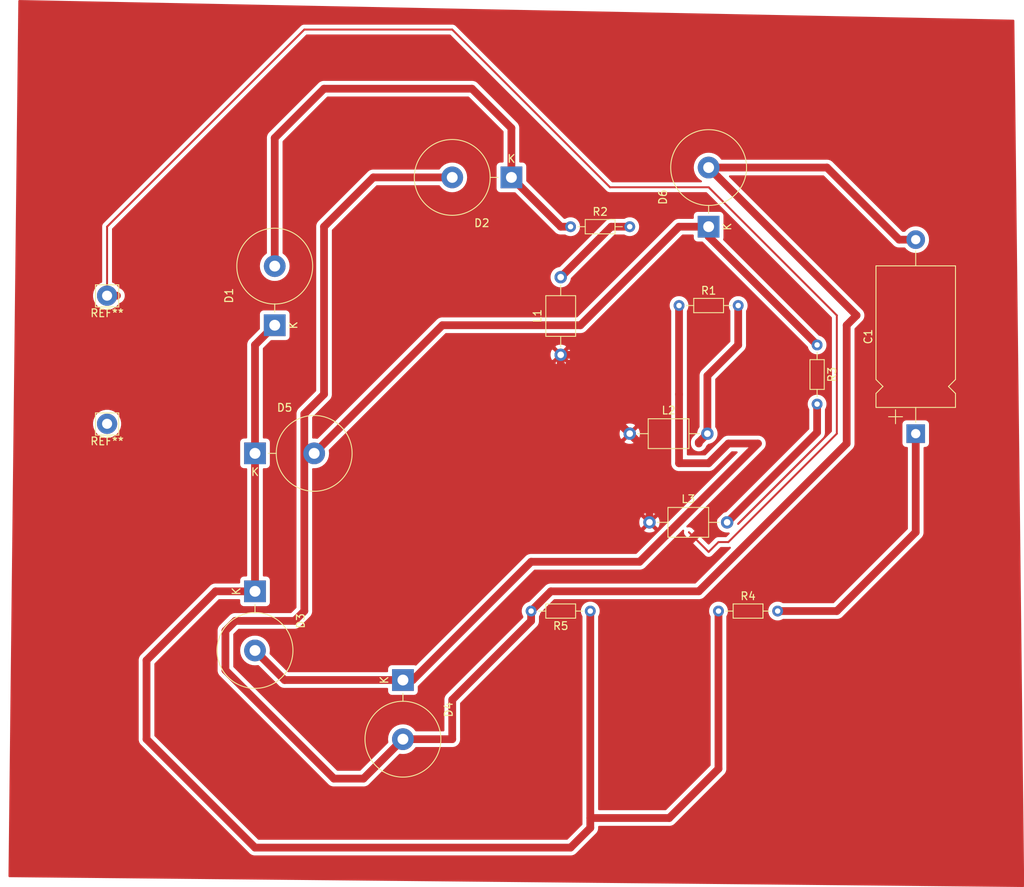
<source format=kicad_pcb>
(kicad_pcb (version 20171130) (host pcbnew "(5.1.4)-1")

  (general
    (thickness 1.6)
    (drawings 0)
    (tracks 99)
    (zones 0)
    (modules 17)
    (nets 11)
  )

  (page A4)
  (layers
    (0 F.Cu signal)
    (31 B.Cu signal)
    (32 B.Adhes user)
    (33 F.Adhes user)
    (34 B.Paste user)
    (35 F.Paste user)
    (36 B.SilkS user)
    (37 F.SilkS user)
    (38 B.Mask user)
    (39 F.Mask user)
    (40 Dwgs.User user)
    (41 Cmts.User user)
    (42 Eco1.User user)
    (43 Eco2.User user)
    (44 Edge.Cuts user)
    (45 Margin user)
    (46 B.CrtYd user)
    (47 F.CrtYd user)
    (48 B.Fab user)
    (49 F.Fab user)
  )

  (setup
    (last_trace_width 0.25)
    (user_trace_width 1)
    (trace_clearance 0.2)
    (zone_clearance 0.508)
    (zone_45_only no)
    (trace_min 0.2)
    (via_size 0.8)
    (via_drill 0.4)
    (via_min_size 0.4)
    (via_min_drill 0.3)
    (uvia_size 0.3)
    (uvia_drill 0.1)
    (uvias_allowed no)
    (uvia_min_size 0.2)
    (uvia_min_drill 0.1)
    (edge_width 0.05)
    (segment_width 0.2)
    (pcb_text_width 0.3)
    (pcb_text_size 1.5 1.5)
    (mod_edge_width 0.12)
    (mod_text_size 1 1)
    (mod_text_width 0.15)
    (pad_size 1.524 1.524)
    (pad_drill 0.762)
    (pad_to_mask_clearance 0.051)
    (solder_mask_min_width 0.25)
    (aux_axis_origin 0 0)
    (visible_elements 7FFFFFFF)
    (pcbplotparams
      (layerselection 0x010fc_ffffffff)
      (usegerberextensions false)
      (usegerberattributes false)
      (usegerberadvancedattributes false)
      (creategerberjobfile false)
      (excludeedgelayer true)
      (linewidth 0.100000)
      (plotframeref false)
      (viasonmask false)
      (mode 1)
      (useauxorigin false)
      (hpglpennumber 1)
      (hpglpenspeed 20)
      (hpglpendiameter 15.000000)
      (psnegative false)
      (psa4output false)
      (plotreference true)
      (plotvalue true)
      (plotinvisibletext false)
      (padsonsilk false)
      (subtractmaskfromsilk false)
      (outputformat 1)
      (mirror false)
      (drillshape 1)
      (scaleselection 1)
      (outputdirectory ""))
  )

  (net 0 "")
  (net 1 "Net-(C1-Pad2)")
  (net 2 "Net-(C1-Pad1)")
  (net 3 "Net-(D1-Pad2)")
  (net 4 "Net-(D1-Pad1)")
  (net 5 "Net-(D3-Pad2)")
  (net 6 "Net-(D5-Pad2)")
  (net 7 "Net-(L1-Pad2)")
  (net 8 VAC)
  (net 9 "Net-(L2-Pad2)")
  (net 10 "Net-(L3-Pad2)")

  (net_class Default "Esta es la clase de red por defecto."
    (clearance 0.2)
    (trace_width 0.25)
    (via_dia 0.8)
    (via_drill 0.4)
    (uvia_dia 0.3)
    (uvia_drill 0.1)
    (add_net "Net-(C1-Pad1)")
    (add_net "Net-(C1-Pad2)")
    (add_net "Net-(D1-Pad1)")
    (add_net "Net-(D1-Pad2)")
    (add_net "Net-(D3-Pad2)")
    (add_net "Net-(D5-Pad2)")
    (add_net "Net-(L1-Pad2)")
    (add_net "Net-(L2-Pad2)")
    (add_net "Net-(L3-Pad2)")
    (add_net VAC)
  )

  (module Connector_Pin:Pin_D1.3mm_L11.3mm_W2.8mm_Flat (layer F.Cu) (tedit 5A1DC085) (tstamp 5D8354B7)
    (at 97.79 110.49)
    (descr "solder Pin_ with flat with hole, hole diameter 1.3mm, length 11.3mm, width 2.8mm")
    (tags "solder Pin_ with flat fork")
    (fp_text reference REF** (at 0 2.25) (layer F.SilkS)
      (effects (font (size 1 1) (thickness 0.15)))
    )
    (fp_text value Pin_D1.3mm_L11.3mm_W2.8mm_Flat (at 0 -2.05) (layer F.Fab)
      (effects (font (size 1 1) (thickness 0.15)))
    )
    (fp_line (start 1.9 1.8) (end -1.9 1.8) (layer F.CrtYd) (width 0.05))
    (fp_line (start 1.9 1.8) (end 1.9 -1.8) (layer F.CrtYd) (width 0.05))
    (fp_line (start -1.9 -1.8) (end -1.9 1.8) (layer F.CrtYd) (width 0.05))
    (fp_line (start -1.9 -1.8) (end 1.9 -1.8) (layer F.CrtYd) (width 0.05))
    (fp_line (start -1.4 0.25) (end -1.4 -0.25) (layer F.Fab) (width 0.12))
    (fp_line (start 1.4 -0.25) (end 1.4 0.25) (layer F.Fab) (width 0.12))
    (fp_line (start -1.5 1.45) (end 1.5 1.45) (layer F.SilkS) (width 0.12))
    (fp_line (start -1.5 -1.4) (end -1.5 1.45) (layer F.SilkS) (width 0.12))
    (fp_line (start 1.5 -1.4) (end 1.5 1.45) (layer F.SilkS) (width 0.12))
    (fp_line (start -1.5 -1.4) (end 1.5 -1.4) (layer F.SilkS) (width 0.12))
    (fp_line (start -1.4 -0.25) (end 1.4 -0.25) (layer F.Fab) (width 0.12))
    (fp_line (start 1.4 0.25) (end -1.4 0.25) (layer F.Fab) (width 0.12))
    (fp_text user %R (at 0 2.25) (layer F.Fab)
      (effects (font (size 1 1) (thickness 0.15)))
    )
    (pad 1 thru_hole circle (at 0 0) (size 2.6 2.6) (drill 1.3) (layers *.Cu *.Mask))
    (model ${KISYS3DMOD}/Connector_Pin.3dshapes/Pin_D1.3mm_L11.3mm_W2.8mm_Flat.wrl
      (at (xyz 0 0 0))
      (scale (xyz 1 1 1))
      (rotate (xyz 0 0 0))
    )
  )

  (module Connector_Pin:Pin_D1.3mm_L11.3mm_W2.8mm_Flat (layer F.Cu) (tedit 5A1DC085) (tstamp 5D835472)
    (at 97.79 93.98)
    (descr "solder Pin_ with flat with hole, hole diameter 1.3mm, length 11.3mm, width 2.8mm")
    (tags "solder Pin_ with flat fork")
    (fp_text reference REF** (at 0 2.25) (layer F.SilkS)
      (effects (font (size 1 1) (thickness 0.15)))
    )
    (fp_text value Pin_D1.3mm_L11.3mm_W2.8mm_Flat (at 0 -2.05) (layer F.Fab)
      (effects (font (size 1 1) (thickness 0.15)))
    )
    (fp_line (start 1.9 1.8) (end -1.9 1.8) (layer F.CrtYd) (width 0.05))
    (fp_line (start 1.9 1.8) (end 1.9 -1.8) (layer F.CrtYd) (width 0.05))
    (fp_line (start -1.9 -1.8) (end -1.9 1.8) (layer F.CrtYd) (width 0.05))
    (fp_line (start -1.9 -1.8) (end 1.9 -1.8) (layer F.CrtYd) (width 0.05))
    (fp_line (start -1.4 0.25) (end -1.4 -0.25) (layer F.Fab) (width 0.12))
    (fp_line (start 1.4 -0.25) (end 1.4 0.25) (layer F.Fab) (width 0.12))
    (fp_line (start -1.5 1.45) (end 1.5 1.45) (layer F.SilkS) (width 0.12))
    (fp_line (start -1.5 -1.4) (end -1.5 1.45) (layer F.SilkS) (width 0.12))
    (fp_line (start 1.5 -1.4) (end 1.5 1.45) (layer F.SilkS) (width 0.12))
    (fp_line (start -1.5 -1.4) (end 1.5 -1.4) (layer F.SilkS) (width 0.12))
    (fp_line (start -1.4 -0.25) (end 1.4 -0.25) (layer F.Fab) (width 0.12))
    (fp_line (start 1.4 0.25) (end -1.4 0.25) (layer F.Fab) (width 0.12))
    (fp_text user %R (at 0 2.25) (layer F.Fab)
      (effects (font (size 1 1) (thickness 0.15)))
    )
    (pad 1 thru_hole circle (at 0 0) (size 2.6 2.6) (drill 1.3) (layers *.Cu *.Mask))
    (model ${KISYS3DMOD}/Connector_Pin.3dshapes/Pin_D1.3mm_L11.3mm_W2.8mm_Flat.wrl
      (at (xyz 0 0 0))
      (scale (xyz 1 1 1))
      (rotate (xyz 0 0 0))
    )
  )

  (module Resistor_THT:R_Axial_DIN0204_L3.6mm_D1.6mm_P7.62mm_Horizontal (layer F.Cu) (tedit 5AE5139B) (tstamp 5D83508A)
    (at 160.02 134.62 180)
    (descr "Resistor, Axial_DIN0204 series, Axial, Horizontal, pin pitch=7.62mm, 0.167W, length*diameter=3.6*1.6mm^2, http://cdn-reichelt.de/documents/datenblatt/B400/1_4W%23YAG.pdf")
    (tags "Resistor Axial_DIN0204 series Axial Horizontal pin pitch 7.62mm 0.167W length 3.6mm diameter 1.6mm")
    (path /5D844EC4)
    (fp_text reference R5 (at 3.81 -1.92) (layer F.SilkS)
      (effects (font (size 1 1) (thickness 0.15)))
    )
    (fp_text value R (at 3.81 1.92) (layer F.Fab)
      (effects (font (size 1 1) (thickness 0.15)))
    )
    (fp_text user %R (at 3.81 0) (layer F.Fab)
      (effects (font (size 0.72 0.72) (thickness 0.108)))
    )
    (fp_line (start 8.57 -1.05) (end -0.95 -1.05) (layer F.CrtYd) (width 0.05))
    (fp_line (start 8.57 1.05) (end 8.57 -1.05) (layer F.CrtYd) (width 0.05))
    (fp_line (start -0.95 1.05) (end 8.57 1.05) (layer F.CrtYd) (width 0.05))
    (fp_line (start -0.95 -1.05) (end -0.95 1.05) (layer F.CrtYd) (width 0.05))
    (fp_line (start 6.68 0) (end 5.73 0) (layer F.SilkS) (width 0.12))
    (fp_line (start 0.94 0) (end 1.89 0) (layer F.SilkS) (width 0.12))
    (fp_line (start 5.73 -0.92) (end 1.89 -0.92) (layer F.SilkS) (width 0.12))
    (fp_line (start 5.73 0.92) (end 5.73 -0.92) (layer F.SilkS) (width 0.12))
    (fp_line (start 1.89 0.92) (end 5.73 0.92) (layer F.SilkS) (width 0.12))
    (fp_line (start 1.89 -0.92) (end 1.89 0.92) (layer F.SilkS) (width 0.12))
    (fp_line (start 7.62 0) (end 5.61 0) (layer F.Fab) (width 0.1))
    (fp_line (start 0 0) (end 2.01 0) (layer F.Fab) (width 0.1))
    (fp_line (start 5.61 -0.8) (end 2.01 -0.8) (layer F.Fab) (width 0.1))
    (fp_line (start 5.61 0.8) (end 5.61 -0.8) (layer F.Fab) (width 0.1))
    (fp_line (start 2.01 0.8) (end 5.61 0.8) (layer F.Fab) (width 0.1))
    (fp_line (start 2.01 -0.8) (end 2.01 0.8) (layer F.Fab) (width 0.1))
    (pad 2 thru_hole oval (at 7.62 0 180) (size 1.4 1.4) (drill 0.7) (layers *.Cu *.Mask)
      (net 1 "Net-(C1-Pad2)"))
    (pad 1 thru_hole circle (at 0 0 180) (size 1.4 1.4) (drill 0.7) (layers *.Cu *.Mask)
      (net 4 "Net-(D1-Pad1)"))
    (model ${KISYS3DMOD}/Resistor_THT.3dshapes/R_Axial_DIN0204_L3.6mm_D1.6mm_P7.62mm_Horizontal.wrl
      (at (xyz 0 0 0))
      (scale (xyz 1 1 1))
      (rotate (xyz 0 0 0))
    )
  )

  (module Resistor_THT:R_Axial_DIN0204_L3.6mm_D1.6mm_P7.62mm_Horizontal (layer F.Cu) (tedit 5AE5139B) (tstamp 5D835073)
    (at 176.53 134.62)
    (descr "Resistor, Axial_DIN0204 series, Axial, Horizontal, pin pitch=7.62mm, 0.167W, length*diameter=3.6*1.6mm^2, http://cdn-reichelt.de/documents/datenblatt/B400/1_4W%23YAG.pdf")
    (tags "Resistor Axial_DIN0204 series Axial Horizontal pin pitch 7.62mm 0.167W length 3.6mm diameter 1.6mm")
    (path /5D84532A)
    (fp_text reference R4 (at 3.81 -1.92) (layer F.SilkS)
      (effects (font (size 1 1) (thickness 0.15)))
    )
    (fp_text value R (at 3.81 1.92) (layer F.Fab)
      (effects (font (size 1 1) (thickness 0.15)))
    )
    (fp_text user %R (at 3.81 0) (layer F.Fab)
      (effects (font (size 0.72 0.72) (thickness 0.108)))
    )
    (fp_line (start 8.57 -1.05) (end -0.95 -1.05) (layer F.CrtYd) (width 0.05))
    (fp_line (start 8.57 1.05) (end 8.57 -1.05) (layer F.CrtYd) (width 0.05))
    (fp_line (start -0.95 1.05) (end 8.57 1.05) (layer F.CrtYd) (width 0.05))
    (fp_line (start -0.95 -1.05) (end -0.95 1.05) (layer F.CrtYd) (width 0.05))
    (fp_line (start 6.68 0) (end 5.73 0) (layer F.SilkS) (width 0.12))
    (fp_line (start 0.94 0) (end 1.89 0) (layer F.SilkS) (width 0.12))
    (fp_line (start 5.73 -0.92) (end 1.89 -0.92) (layer F.SilkS) (width 0.12))
    (fp_line (start 5.73 0.92) (end 5.73 -0.92) (layer F.SilkS) (width 0.12))
    (fp_line (start 1.89 0.92) (end 5.73 0.92) (layer F.SilkS) (width 0.12))
    (fp_line (start 1.89 -0.92) (end 1.89 0.92) (layer F.SilkS) (width 0.12))
    (fp_line (start 7.62 0) (end 5.61 0) (layer F.Fab) (width 0.1))
    (fp_line (start 0 0) (end 2.01 0) (layer F.Fab) (width 0.1))
    (fp_line (start 5.61 -0.8) (end 2.01 -0.8) (layer F.Fab) (width 0.1))
    (fp_line (start 5.61 0.8) (end 5.61 -0.8) (layer F.Fab) (width 0.1))
    (fp_line (start 2.01 0.8) (end 5.61 0.8) (layer F.Fab) (width 0.1))
    (fp_line (start 2.01 -0.8) (end 2.01 0.8) (layer F.Fab) (width 0.1))
    (pad 2 thru_hole oval (at 7.62 0) (size 1.4 1.4) (drill 0.7) (layers *.Cu *.Mask)
      (net 2 "Net-(C1-Pad1)"))
    (pad 1 thru_hole circle (at 0 0) (size 1.4 1.4) (drill 0.7) (layers *.Cu *.Mask)
      (net 4 "Net-(D1-Pad1)"))
    (model ${KISYS3DMOD}/Resistor_THT.3dshapes/R_Axial_DIN0204_L3.6mm_D1.6mm_P7.62mm_Horizontal.wrl
      (at (xyz 0 0 0))
      (scale (xyz 1 1 1))
      (rotate (xyz 0 0 0))
    )
  )

  (module Resistor_THT:R_Axial_DIN0204_L3.6mm_D1.6mm_P7.62mm_Horizontal (layer F.Cu) (tedit 5AE5139B) (tstamp 5D83505C)
    (at 189.23 100.33 270)
    (descr "Resistor, Axial_DIN0204 series, Axial, Horizontal, pin pitch=7.62mm, 0.167W, length*diameter=3.6*1.6mm^2, http://cdn-reichelt.de/documents/datenblatt/B400/1_4W%23YAG.pdf")
    (tags "Resistor Axial_DIN0204 series Axial Horizontal pin pitch 7.62mm 0.167W length 3.6mm diameter 1.6mm")
    (path /5D8459B7)
    (fp_text reference R3 (at 3.81 -1.92 90) (layer F.SilkS)
      (effects (font (size 1 1) (thickness 0.15)))
    )
    (fp_text value R (at 3.81 1.92 90) (layer F.Fab)
      (effects (font (size 1 1) (thickness 0.15)))
    )
    (fp_text user %R (at 3.81 0 90) (layer F.Fab)
      (effects (font (size 0.72 0.72) (thickness 0.108)))
    )
    (fp_line (start 8.57 -1.05) (end -0.95 -1.05) (layer F.CrtYd) (width 0.05))
    (fp_line (start 8.57 1.05) (end 8.57 -1.05) (layer F.CrtYd) (width 0.05))
    (fp_line (start -0.95 1.05) (end 8.57 1.05) (layer F.CrtYd) (width 0.05))
    (fp_line (start -0.95 -1.05) (end -0.95 1.05) (layer F.CrtYd) (width 0.05))
    (fp_line (start 6.68 0) (end 5.73 0) (layer F.SilkS) (width 0.12))
    (fp_line (start 0.94 0) (end 1.89 0) (layer F.SilkS) (width 0.12))
    (fp_line (start 5.73 -0.92) (end 1.89 -0.92) (layer F.SilkS) (width 0.12))
    (fp_line (start 5.73 0.92) (end 5.73 -0.92) (layer F.SilkS) (width 0.12))
    (fp_line (start 1.89 0.92) (end 5.73 0.92) (layer F.SilkS) (width 0.12))
    (fp_line (start 1.89 -0.92) (end 1.89 0.92) (layer F.SilkS) (width 0.12))
    (fp_line (start 7.62 0) (end 5.61 0) (layer F.Fab) (width 0.1))
    (fp_line (start 0 0) (end 2.01 0) (layer F.Fab) (width 0.1))
    (fp_line (start 5.61 -0.8) (end 2.01 -0.8) (layer F.Fab) (width 0.1))
    (fp_line (start 5.61 0.8) (end 5.61 -0.8) (layer F.Fab) (width 0.1))
    (fp_line (start 2.01 0.8) (end 5.61 0.8) (layer F.Fab) (width 0.1))
    (fp_line (start 2.01 -0.8) (end 2.01 0.8) (layer F.Fab) (width 0.1))
    (pad 2 thru_hole oval (at 7.62 0 270) (size 1.4 1.4) (drill 0.7) (layers *.Cu *.Mask)
      (net 10 "Net-(L3-Pad2)"))
    (pad 1 thru_hole circle (at 0 0 270) (size 1.4 1.4) (drill 0.7) (layers *.Cu *.Mask)
      (net 6 "Net-(D5-Pad2)"))
    (model ${KISYS3DMOD}/Resistor_THT.3dshapes/R_Axial_DIN0204_L3.6mm_D1.6mm_P7.62mm_Horizontal.wrl
      (at (xyz 0 0 0))
      (scale (xyz 1 1 1))
      (rotate (xyz 0 0 0))
    )
  )

  (module Resistor_THT:R_Axial_DIN0204_L3.6mm_D1.6mm_P7.62mm_Horizontal (layer F.Cu) (tedit 5AE5139B) (tstamp 5D835045)
    (at 157.48 85.09)
    (descr "Resistor, Axial_DIN0204 series, Axial, Horizontal, pin pitch=7.62mm, 0.167W, length*diameter=3.6*1.6mm^2, http://cdn-reichelt.de/documents/datenblatt/B400/1_4W%23YAG.pdf")
    (tags "Resistor Axial_DIN0204 series Axial Horizontal pin pitch 7.62mm 0.167W length 3.6mm diameter 1.6mm")
    (path /5D845457)
    (fp_text reference R2 (at 3.81 -1.92) (layer F.SilkS)
      (effects (font (size 1 1) (thickness 0.15)))
    )
    (fp_text value R (at 3.81 1.92) (layer F.Fab)
      (effects (font (size 1 1) (thickness 0.15)))
    )
    (fp_text user %R (at 3.81 0) (layer F.Fab)
      (effects (font (size 0.72 0.72) (thickness 0.108)))
    )
    (fp_line (start 8.57 -1.05) (end -0.95 -1.05) (layer F.CrtYd) (width 0.05))
    (fp_line (start 8.57 1.05) (end 8.57 -1.05) (layer F.CrtYd) (width 0.05))
    (fp_line (start -0.95 1.05) (end 8.57 1.05) (layer F.CrtYd) (width 0.05))
    (fp_line (start -0.95 -1.05) (end -0.95 1.05) (layer F.CrtYd) (width 0.05))
    (fp_line (start 6.68 0) (end 5.73 0) (layer F.SilkS) (width 0.12))
    (fp_line (start 0.94 0) (end 1.89 0) (layer F.SilkS) (width 0.12))
    (fp_line (start 5.73 -0.92) (end 1.89 -0.92) (layer F.SilkS) (width 0.12))
    (fp_line (start 5.73 0.92) (end 5.73 -0.92) (layer F.SilkS) (width 0.12))
    (fp_line (start 1.89 0.92) (end 5.73 0.92) (layer F.SilkS) (width 0.12))
    (fp_line (start 1.89 -0.92) (end 1.89 0.92) (layer F.SilkS) (width 0.12))
    (fp_line (start 7.62 0) (end 5.61 0) (layer F.Fab) (width 0.1))
    (fp_line (start 0 0) (end 2.01 0) (layer F.Fab) (width 0.1))
    (fp_line (start 5.61 -0.8) (end 2.01 -0.8) (layer F.Fab) (width 0.1))
    (fp_line (start 5.61 0.8) (end 5.61 -0.8) (layer F.Fab) (width 0.1))
    (fp_line (start 2.01 0.8) (end 5.61 0.8) (layer F.Fab) (width 0.1))
    (fp_line (start 2.01 -0.8) (end 2.01 0.8) (layer F.Fab) (width 0.1))
    (pad 2 thru_hole oval (at 7.62 0) (size 1.4 1.4) (drill 0.7) (layers *.Cu *.Mask)
      (net 7 "Net-(L1-Pad2)"))
    (pad 1 thru_hole circle (at 0 0) (size 1.4 1.4) (drill 0.7) (layers *.Cu *.Mask)
      (net 3 "Net-(D1-Pad2)"))
    (model ${KISYS3DMOD}/Resistor_THT.3dshapes/R_Axial_DIN0204_L3.6mm_D1.6mm_P7.62mm_Horizontal.wrl
      (at (xyz 0 0 0))
      (scale (xyz 1 1 1))
      (rotate (xyz 0 0 0))
    )
  )

  (module Resistor_THT:R_Axial_DIN0204_L3.6mm_D1.6mm_P7.62mm_Horizontal (layer F.Cu) (tedit 5AE5139B) (tstamp 5D83502E)
    (at 171.45 95.25)
    (descr "Resistor, Axial_DIN0204 series, Axial, Horizontal, pin pitch=7.62mm, 0.167W, length*diameter=3.6*1.6mm^2, http://cdn-reichelt.de/documents/datenblatt/B400/1_4W%23YAG.pdf")
    (tags "Resistor Axial_DIN0204 series Axial Horizontal pin pitch 7.62mm 0.167W length 3.6mm diameter 1.6mm")
    (path /5D8455AE)
    (fp_text reference R1 (at 3.81 -1.92) (layer F.SilkS)
      (effects (font (size 1 1) (thickness 0.15)))
    )
    (fp_text value R (at 3.81 1.92) (layer F.Fab)
      (effects (font (size 1 1) (thickness 0.15)))
    )
    (fp_text user %R (at 3.81 0) (layer F.Fab)
      (effects (font (size 0.72 0.72) (thickness 0.108)))
    )
    (fp_line (start 8.57 -1.05) (end -0.95 -1.05) (layer F.CrtYd) (width 0.05))
    (fp_line (start 8.57 1.05) (end 8.57 -1.05) (layer F.CrtYd) (width 0.05))
    (fp_line (start -0.95 1.05) (end 8.57 1.05) (layer F.CrtYd) (width 0.05))
    (fp_line (start -0.95 -1.05) (end -0.95 1.05) (layer F.CrtYd) (width 0.05))
    (fp_line (start 6.68 0) (end 5.73 0) (layer F.SilkS) (width 0.12))
    (fp_line (start 0.94 0) (end 1.89 0) (layer F.SilkS) (width 0.12))
    (fp_line (start 5.73 -0.92) (end 1.89 -0.92) (layer F.SilkS) (width 0.12))
    (fp_line (start 5.73 0.92) (end 5.73 -0.92) (layer F.SilkS) (width 0.12))
    (fp_line (start 1.89 0.92) (end 5.73 0.92) (layer F.SilkS) (width 0.12))
    (fp_line (start 1.89 -0.92) (end 1.89 0.92) (layer F.SilkS) (width 0.12))
    (fp_line (start 7.62 0) (end 5.61 0) (layer F.Fab) (width 0.1))
    (fp_line (start 0 0) (end 2.01 0) (layer F.Fab) (width 0.1))
    (fp_line (start 5.61 -0.8) (end 2.01 -0.8) (layer F.Fab) (width 0.1))
    (fp_line (start 5.61 0.8) (end 5.61 -0.8) (layer F.Fab) (width 0.1))
    (fp_line (start 2.01 0.8) (end 5.61 0.8) (layer F.Fab) (width 0.1))
    (fp_line (start 2.01 -0.8) (end 2.01 0.8) (layer F.Fab) (width 0.1))
    (pad 2 thru_hole oval (at 7.62 0) (size 1.4 1.4) (drill 0.7) (layers *.Cu *.Mask)
      (net 9 "Net-(L2-Pad2)"))
    (pad 1 thru_hole circle (at 0 0) (size 1.4 1.4) (drill 0.7) (layers *.Cu *.Mask)
      (net 5 "Net-(D3-Pad2)"))
    (model ${KISYS3DMOD}/Resistor_THT.3dshapes/R_Axial_DIN0204_L3.6mm_D1.6mm_P7.62mm_Horizontal.wrl
      (at (xyz 0 0 0))
      (scale (xyz 1 1 1))
      (rotate (xyz 0 0 0))
    )
  )

  (module Inductor_THT:L_Axial_L5.0mm_D3.6mm_P10.00mm_Horizontal_Murata_BL01RN1A2A2 (layer F.Cu) (tedit 5BC67E52) (tstamp 5D835017)
    (at 167.64 123.19)
    (descr "Inductor, Murata BL01RN1A2A2, Axial, Horizontal, pin pitch=10.00mm, length*diameter=5*3.6mm, https://www.murata.com/en-global/products/productdetail?partno=BL01RN1A2A2%23")
    (tags "inductor axial horizontal")
    (path /5D846490)
    (fp_text reference L3 (at 5 -3) (layer F.SilkS)
      (effects (font (size 1 1) (thickness 0.15)))
    )
    (fp_text value L (at 5 3) (layer F.Fab)
      (effects (font (size 1 1) (thickness 0.15)))
    )
    (fp_text user %R (at 5 0) (layer F.Fab)
      (effects (font (size 1 1) (thickness 0.15)))
    )
    (fp_line (start 11.05 -2.05) (end -1.05 -2.05) (layer F.CrtYd) (width 0.05))
    (fp_line (start 11.05 2.05) (end 11.05 -2.05) (layer F.CrtYd) (width 0.05))
    (fp_line (start -1.05 2.05) (end 11.05 2.05) (layer F.CrtYd) (width 0.05))
    (fp_line (start -1.05 -2.05) (end -1.05 2.05) (layer F.CrtYd) (width 0.05))
    (fp_line (start 9 0) (end 7.62 0) (layer F.SilkS) (width 0.12))
    (fp_line (start 1 0) (end 2.38 0) (layer F.SilkS) (width 0.12))
    (fp_line (start 7.62 -1.92) (end 2.38 -1.92) (layer F.SilkS) (width 0.12))
    (fp_line (start 7.62 1.92) (end 7.62 -1.92) (layer F.SilkS) (width 0.12))
    (fp_line (start 2.38 1.92) (end 7.62 1.92) (layer F.SilkS) (width 0.12))
    (fp_line (start 2.38 -1.92) (end 2.38 1.92) (layer F.SilkS) (width 0.12))
    (fp_line (start 10 0) (end 7.5 0) (layer F.Fab) (width 0.1))
    (fp_line (start 0 0) (end 2.5 0) (layer F.Fab) (width 0.1))
    (fp_line (start 7.5 -1.8) (end 2.5 -1.8) (layer F.Fab) (width 0.1))
    (fp_line (start 7.5 1.8) (end 7.5 -1.8) (layer F.Fab) (width 0.1))
    (fp_line (start 2.5 1.8) (end 7.5 1.8) (layer F.Fab) (width 0.1))
    (fp_line (start 2.5 -1.8) (end 2.5 1.8) (layer F.Fab) (width 0.1))
    (pad 2 thru_hole oval (at 10 0) (size 1.6 1.6) (drill 0.85) (layers *.Cu *.Mask)
      (net 10 "Net-(L3-Pad2)"))
    (pad 1 thru_hole circle (at 0 0) (size 1.6 1.6) (drill 0.85) (layers *.Cu *.Mask)
      (net 8 VAC))
    (model ${KISYS3DMOD}/Inductor_THT.3dshapes/L_Axial_L5.0mm_D3.6mm_P10.00mm_Horizontal_Murata_BL01RN1A2A2.wrl
      (at (xyz 0 0 0))
      (scale (xyz 1 1 1))
      (rotate (xyz 0 0 0))
    )
  )

  (module Inductor_THT:L_Axial_L5.0mm_D3.6mm_P10.00mm_Horizontal_Murata_BL01RN1A2A2 (layer F.Cu) (tedit 5BC67E52) (tstamp 5D835000)
    (at 165.1 111.76)
    (descr "Inductor, Murata BL01RN1A2A2, Axial, Horizontal, pin pitch=10.00mm, length*diameter=5*3.6mm, https://www.murata.com/en-global/products/productdetail?partno=BL01RN1A2A2%23")
    (tags "inductor axial horizontal")
    (path /5D845C1C)
    (fp_text reference L2 (at 5 -3) (layer F.SilkS)
      (effects (font (size 1 1) (thickness 0.15)))
    )
    (fp_text value L (at 5 3) (layer F.Fab)
      (effects (font (size 1 1) (thickness 0.15)))
    )
    (fp_text user %R (at 5 0) (layer F.Fab)
      (effects (font (size 1 1) (thickness 0.15)))
    )
    (fp_line (start 11.05 -2.05) (end -1.05 -2.05) (layer F.CrtYd) (width 0.05))
    (fp_line (start 11.05 2.05) (end 11.05 -2.05) (layer F.CrtYd) (width 0.05))
    (fp_line (start -1.05 2.05) (end 11.05 2.05) (layer F.CrtYd) (width 0.05))
    (fp_line (start -1.05 -2.05) (end -1.05 2.05) (layer F.CrtYd) (width 0.05))
    (fp_line (start 9 0) (end 7.62 0) (layer F.SilkS) (width 0.12))
    (fp_line (start 1 0) (end 2.38 0) (layer F.SilkS) (width 0.12))
    (fp_line (start 7.62 -1.92) (end 2.38 -1.92) (layer F.SilkS) (width 0.12))
    (fp_line (start 7.62 1.92) (end 7.62 -1.92) (layer F.SilkS) (width 0.12))
    (fp_line (start 2.38 1.92) (end 7.62 1.92) (layer F.SilkS) (width 0.12))
    (fp_line (start 2.38 -1.92) (end 2.38 1.92) (layer F.SilkS) (width 0.12))
    (fp_line (start 10 0) (end 7.5 0) (layer F.Fab) (width 0.1))
    (fp_line (start 0 0) (end 2.5 0) (layer F.Fab) (width 0.1))
    (fp_line (start 7.5 -1.8) (end 2.5 -1.8) (layer F.Fab) (width 0.1))
    (fp_line (start 7.5 1.8) (end 7.5 -1.8) (layer F.Fab) (width 0.1))
    (fp_line (start 2.5 1.8) (end 7.5 1.8) (layer F.Fab) (width 0.1))
    (fp_line (start 2.5 -1.8) (end 2.5 1.8) (layer F.Fab) (width 0.1))
    (pad 2 thru_hole oval (at 10 0) (size 1.6 1.6) (drill 0.85) (layers *.Cu *.Mask)
      (net 9 "Net-(L2-Pad2)"))
    (pad 1 thru_hole circle (at 0 0) (size 1.6 1.6) (drill 0.85) (layers *.Cu *.Mask)
      (net 8 VAC))
    (model ${KISYS3DMOD}/Inductor_THT.3dshapes/L_Axial_L5.0mm_D3.6mm_P10.00mm_Horizontal_Murata_BL01RN1A2A2.wrl
      (at (xyz 0 0 0))
      (scale (xyz 1 1 1))
      (rotate (xyz 0 0 0))
    )
  )

  (module Inductor_THT:L_Axial_L5.0mm_D3.6mm_P10.00mm_Horizontal_Murata_BL01RN1A2A2 (layer F.Cu) (tedit 5BC67E52) (tstamp 5D834FE9)
    (at 156.21 101.6 90)
    (descr "Inductor, Murata BL01RN1A2A2, Axial, Horizontal, pin pitch=10.00mm, length*diameter=5*3.6mm, https://www.murata.com/en-global/products/productdetail?partno=BL01RN1A2A2%23")
    (tags "inductor axial horizontal")
    (path /5D845FAA)
    (fp_text reference L1 (at 5 -3 90) (layer F.SilkS)
      (effects (font (size 1 1) (thickness 0.15)))
    )
    (fp_text value L (at 5 3 90) (layer F.Fab)
      (effects (font (size 1 1) (thickness 0.15)))
    )
    (fp_text user %R (at 5 0 90) (layer F.Fab)
      (effects (font (size 1 1) (thickness 0.15)))
    )
    (fp_line (start 11.05 -2.05) (end -1.05 -2.05) (layer F.CrtYd) (width 0.05))
    (fp_line (start 11.05 2.05) (end 11.05 -2.05) (layer F.CrtYd) (width 0.05))
    (fp_line (start -1.05 2.05) (end 11.05 2.05) (layer F.CrtYd) (width 0.05))
    (fp_line (start -1.05 -2.05) (end -1.05 2.05) (layer F.CrtYd) (width 0.05))
    (fp_line (start 9 0) (end 7.62 0) (layer F.SilkS) (width 0.12))
    (fp_line (start 1 0) (end 2.38 0) (layer F.SilkS) (width 0.12))
    (fp_line (start 7.62 -1.92) (end 2.38 -1.92) (layer F.SilkS) (width 0.12))
    (fp_line (start 7.62 1.92) (end 7.62 -1.92) (layer F.SilkS) (width 0.12))
    (fp_line (start 2.38 1.92) (end 7.62 1.92) (layer F.SilkS) (width 0.12))
    (fp_line (start 2.38 -1.92) (end 2.38 1.92) (layer F.SilkS) (width 0.12))
    (fp_line (start 10 0) (end 7.5 0) (layer F.Fab) (width 0.1))
    (fp_line (start 0 0) (end 2.5 0) (layer F.Fab) (width 0.1))
    (fp_line (start 7.5 -1.8) (end 2.5 -1.8) (layer F.Fab) (width 0.1))
    (fp_line (start 7.5 1.8) (end 7.5 -1.8) (layer F.Fab) (width 0.1))
    (fp_line (start 2.5 1.8) (end 7.5 1.8) (layer F.Fab) (width 0.1))
    (fp_line (start 2.5 -1.8) (end 2.5 1.8) (layer F.Fab) (width 0.1))
    (pad 2 thru_hole oval (at 10 0 90) (size 1.6 1.6) (drill 0.85) (layers *.Cu *.Mask)
      (net 7 "Net-(L1-Pad2)"))
    (pad 1 thru_hole circle (at 0 0 90) (size 1.6 1.6) (drill 0.85) (layers *.Cu *.Mask)
      (net 8 VAC))
    (model ${KISYS3DMOD}/Inductor_THT.3dshapes/L_Axial_L5.0mm_D3.6mm_P10.00mm_Horizontal_Murata_BL01RN1A2A2.wrl
      (at (xyz 0 0 0))
      (scale (xyz 1 1 1))
      (rotate (xyz 0 0 0))
    )
  )

  (module Diode_THT:D_5KP_P7.62mm_Vertical_KathodeUp (layer F.Cu) (tedit 5AE50CD5) (tstamp 5D834FD2)
    (at 175.26 85.09 90)
    (descr "Diode, 5KP series, Axial, Vertical, pin pitch=7.62mm, , length*diameter=7.62*9.53mm^2, , http://www.diodes.com/_files/packages/8686949.gif")
    (tags "Diode 5KP series Axial Vertical pin pitch 7.62mm  length 7.62mm diameter 9.53mm")
    (path /5D844D62)
    (fp_text reference D6 (at 3.81 -5.885 90) (layer F.SilkS)
      (effects (font (size 1 1) (thickness 0.15)))
    )
    (fp_text value D (at 3.81 5.885 90) (layer F.Fab)
      (effects (font (size 1 1) (thickness 0.15)))
    )
    (fp_text user K (at 0 2.4 90) (layer F.SilkS)
      (effects (font (size 1 1) (thickness 0.15)))
    )
    (fp_text user K (at 0 2.4 90) (layer F.Fab)
      (effects (font (size 1 1) (thickness 0.15)))
    )
    (fp_text user %R (at 7.62 -1.9 90) (layer F.Fab)
      (effects (font (size 1 1) (thickness 0.15)))
    )
    (fp_line (start 12.64 -5.02) (end -1.65 -5.02) (layer F.CrtYd) (width 0.05))
    (fp_line (start 12.64 5.02) (end 12.64 -5.02) (layer F.CrtYd) (width 0.05))
    (fp_line (start -1.65 5.02) (end 12.64 5.02) (layer F.CrtYd) (width 0.05))
    (fp_line (start -1.65 -5.02) (end -1.65 5.02) (layer F.CrtYd) (width 0.05))
    (fp_line (start 2.735 0) (end 1.7 0) (layer F.SilkS) (width 0.12))
    (fp_line (start 0 0) (end 7.62 0) (layer F.Fab) (width 0.1))
    (fp_circle (center 7.62 0) (end 12.505 0) (layer F.SilkS) (width 0.12))
    (fp_circle (center 7.62 0) (end 12.385 0) (layer F.Fab) (width 0.1))
    (pad 2 thru_hole oval (at 7.62 0 90) (size 2.8 2.8) (drill 1.4) (layers *.Cu *.Mask)
      (net 1 "Net-(C1-Pad2)"))
    (pad 1 thru_hole rect (at 0 0 90) (size 2.8 2.8) (drill 1.4) (layers *.Cu *.Mask)
      (net 6 "Net-(D5-Pad2)"))
    (model ${KISYS3DMOD}/Diode_THT.3dshapes/D_5KP_P7.62mm_Vertical_KathodeUp.wrl
      (at (xyz 0 0 0))
      (scale (xyz 1 1 1))
      (rotate (xyz 0 0 0))
    )
  )

  (module Diode_THT:D_5KP_P7.62mm_Vertical_KathodeUp (layer F.Cu) (tedit 5AE50CD5) (tstamp 5D834FC1)
    (at 116.84 114.3)
    (descr "Diode, 5KP series, Axial, Vertical, pin pitch=7.62mm, , length*diameter=7.62*9.53mm^2, , http://www.diodes.com/_files/packages/8686949.gif")
    (tags "Diode 5KP series Axial Vertical pin pitch 7.62mm  length 7.62mm diameter 9.53mm")
    (path /5D84436E)
    (fp_text reference D5 (at 3.81 -5.885) (layer F.SilkS)
      (effects (font (size 1 1) (thickness 0.15)))
    )
    (fp_text value D (at 3.81 5.885) (layer F.Fab)
      (effects (font (size 1 1) (thickness 0.15)))
    )
    (fp_text user K (at 0 2.4) (layer F.SilkS)
      (effects (font (size 1 1) (thickness 0.15)))
    )
    (fp_text user K (at 0 2.4) (layer F.Fab)
      (effects (font (size 1 1) (thickness 0.15)))
    )
    (fp_text user %R (at 7.62 -1.9) (layer F.Fab)
      (effects (font (size 1 1) (thickness 0.15)))
    )
    (fp_line (start 12.64 -5.02) (end -1.65 -5.02) (layer F.CrtYd) (width 0.05))
    (fp_line (start 12.64 5.02) (end 12.64 -5.02) (layer F.CrtYd) (width 0.05))
    (fp_line (start -1.65 5.02) (end 12.64 5.02) (layer F.CrtYd) (width 0.05))
    (fp_line (start -1.65 -5.02) (end -1.65 5.02) (layer F.CrtYd) (width 0.05))
    (fp_line (start 2.735 0) (end 1.7 0) (layer F.SilkS) (width 0.12))
    (fp_line (start 0 0) (end 7.62 0) (layer F.Fab) (width 0.1))
    (fp_circle (center 7.62 0) (end 12.505 0) (layer F.SilkS) (width 0.12))
    (fp_circle (center 7.62 0) (end 12.385 0) (layer F.Fab) (width 0.1))
    (pad 2 thru_hole oval (at 7.62 0) (size 2.8 2.8) (drill 1.4) (layers *.Cu *.Mask)
      (net 6 "Net-(D5-Pad2)"))
    (pad 1 thru_hole rect (at 0 0) (size 2.8 2.8) (drill 1.4) (layers *.Cu *.Mask)
      (net 4 "Net-(D1-Pad1)"))
    (model ${KISYS3DMOD}/Diode_THT.3dshapes/D_5KP_P7.62mm_Vertical_KathodeUp.wrl
      (at (xyz 0 0 0))
      (scale (xyz 1 1 1))
      (rotate (xyz 0 0 0))
    )
  )

  (module Diode_THT:D_5KP_P7.62mm_Vertical_KathodeUp (layer F.Cu) (tedit 5AE50CD5) (tstamp 5D834FB0)
    (at 135.89 143.51 270)
    (descr "Diode, 5KP series, Axial, Vertical, pin pitch=7.62mm, , length*diameter=7.62*9.53mm^2, , http://www.diodes.com/_files/packages/8686949.gif")
    (tags "Diode 5KP series Axial Vertical pin pitch 7.62mm  length 7.62mm diameter 9.53mm")
    (path /5D84495B)
    (fp_text reference D4 (at 3.81 -5.885 90) (layer F.SilkS)
      (effects (font (size 1 1) (thickness 0.15)))
    )
    (fp_text value D (at 3.81 5.885 90) (layer F.Fab)
      (effects (font (size 1 1) (thickness 0.15)))
    )
    (fp_text user K (at 0 2.4 90) (layer F.SilkS)
      (effects (font (size 1 1) (thickness 0.15)))
    )
    (fp_text user K (at 0 2.4 90) (layer F.Fab)
      (effects (font (size 1 1) (thickness 0.15)))
    )
    (fp_text user %R (at 7.62 -1.9 90) (layer F.Fab)
      (effects (font (size 1 1) (thickness 0.15)))
    )
    (fp_line (start 12.64 -5.02) (end -1.65 -5.02) (layer F.CrtYd) (width 0.05))
    (fp_line (start 12.64 5.02) (end 12.64 -5.02) (layer F.CrtYd) (width 0.05))
    (fp_line (start -1.65 5.02) (end 12.64 5.02) (layer F.CrtYd) (width 0.05))
    (fp_line (start -1.65 -5.02) (end -1.65 5.02) (layer F.CrtYd) (width 0.05))
    (fp_line (start 2.735 0) (end 1.7 0) (layer F.SilkS) (width 0.12))
    (fp_line (start 0 0) (end 7.62 0) (layer F.Fab) (width 0.1))
    (fp_circle (center 7.62 0) (end 12.505 0) (layer F.SilkS) (width 0.12))
    (fp_circle (center 7.62 0) (end 12.385 0) (layer F.Fab) (width 0.1))
    (pad 2 thru_hole oval (at 7.62 0 270) (size 2.8 2.8) (drill 1.4) (layers *.Cu *.Mask)
      (net 1 "Net-(C1-Pad2)"))
    (pad 1 thru_hole rect (at 0 0 270) (size 2.8 2.8) (drill 1.4) (layers *.Cu *.Mask)
      (net 5 "Net-(D3-Pad2)"))
    (model ${KISYS3DMOD}/Diode_THT.3dshapes/D_5KP_P7.62mm_Vertical_KathodeUp.wrl
      (at (xyz 0 0 0))
      (scale (xyz 1 1 1))
      (rotate (xyz 0 0 0))
    )
  )

  (module Diode_THT:D_5KP_P7.62mm_Vertical_KathodeUp (layer F.Cu) (tedit 5AE50CD5) (tstamp 5D834F9F)
    (at 116.84 132.08 270)
    (descr "Diode, 5KP series, Axial, Vertical, pin pitch=7.62mm, , length*diameter=7.62*9.53mm^2, , http://www.diodes.com/_files/packages/8686949.gif")
    (tags "Diode 5KP series Axial Vertical pin pitch 7.62mm  length 7.62mm diameter 9.53mm")
    (path /5D843CC4)
    (fp_text reference D3 (at 3.81 -5.885 90) (layer F.SilkS)
      (effects (font (size 1 1) (thickness 0.15)))
    )
    (fp_text value D (at 3.81 5.885 90) (layer F.Fab)
      (effects (font (size 1 1) (thickness 0.15)))
    )
    (fp_text user K (at 0 2.4 90) (layer F.SilkS)
      (effects (font (size 1 1) (thickness 0.15)))
    )
    (fp_text user K (at 0 2.4 90) (layer F.Fab)
      (effects (font (size 1 1) (thickness 0.15)))
    )
    (fp_text user %R (at 7.62 -1.9 90) (layer F.Fab)
      (effects (font (size 1 1) (thickness 0.15)))
    )
    (fp_line (start 12.64 -5.02) (end -1.65 -5.02) (layer F.CrtYd) (width 0.05))
    (fp_line (start 12.64 5.02) (end 12.64 -5.02) (layer F.CrtYd) (width 0.05))
    (fp_line (start -1.65 5.02) (end 12.64 5.02) (layer F.CrtYd) (width 0.05))
    (fp_line (start -1.65 -5.02) (end -1.65 5.02) (layer F.CrtYd) (width 0.05))
    (fp_line (start 2.735 0) (end 1.7 0) (layer F.SilkS) (width 0.12))
    (fp_line (start 0 0) (end 7.62 0) (layer F.Fab) (width 0.1))
    (fp_circle (center 7.62 0) (end 12.505 0) (layer F.SilkS) (width 0.12))
    (fp_circle (center 7.62 0) (end 12.385 0) (layer F.Fab) (width 0.1))
    (pad 2 thru_hole oval (at 7.62 0 270) (size 2.8 2.8) (drill 1.4) (layers *.Cu *.Mask)
      (net 5 "Net-(D3-Pad2)"))
    (pad 1 thru_hole rect (at 0 0 270) (size 2.8 2.8) (drill 1.4) (layers *.Cu *.Mask)
      (net 4 "Net-(D1-Pad1)"))
    (model ${KISYS3DMOD}/Diode_THT.3dshapes/D_5KP_P7.62mm_Vertical_KathodeUp.wrl
      (at (xyz 0 0 0))
      (scale (xyz 1 1 1))
      (rotate (xyz 0 0 0))
    )
  )

  (module Diode_THT:D_5KP_P7.62mm_Vertical_KathodeUp (layer F.Cu) (tedit 5AE50CD5) (tstamp 5D834F8E)
    (at 149.86 78.74 180)
    (descr "Diode, 5KP series, Axial, Vertical, pin pitch=7.62mm, , length*diameter=7.62*9.53mm^2, , http://www.diodes.com/_files/packages/8686949.gif")
    (tags "Diode 5KP series Axial Vertical pin pitch 7.62mm  length 7.62mm diameter 9.53mm")
    (path /5D844851)
    (fp_text reference D2 (at 3.81 -5.885) (layer F.SilkS)
      (effects (font (size 1 1) (thickness 0.15)))
    )
    (fp_text value D (at 3.81 5.885) (layer F.Fab)
      (effects (font (size 1 1) (thickness 0.15)))
    )
    (fp_text user K (at 0 2.4) (layer F.SilkS)
      (effects (font (size 1 1) (thickness 0.15)))
    )
    (fp_text user K (at 0 2.4) (layer F.Fab)
      (effects (font (size 1 1) (thickness 0.15)))
    )
    (fp_text user %R (at 7.62 -1.9) (layer F.Fab)
      (effects (font (size 1 1) (thickness 0.15)))
    )
    (fp_line (start 12.64 -5.02) (end -1.65 -5.02) (layer F.CrtYd) (width 0.05))
    (fp_line (start 12.64 5.02) (end 12.64 -5.02) (layer F.CrtYd) (width 0.05))
    (fp_line (start -1.65 5.02) (end 12.64 5.02) (layer F.CrtYd) (width 0.05))
    (fp_line (start -1.65 -5.02) (end -1.65 5.02) (layer F.CrtYd) (width 0.05))
    (fp_line (start 2.735 0) (end 1.7 0) (layer F.SilkS) (width 0.12))
    (fp_line (start 0 0) (end 7.62 0) (layer F.Fab) (width 0.1))
    (fp_circle (center 7.62 0) (end 12.505 0) (layer F.SilkS) (width 0.12))
    (fp_circle (center 7.62 0) (end 12.385 0) (layer F.Fab) (width 0.1))
    (pad 2 thru_hole oval (at 7.62 0 180) (size 2.8 2.8) (drill 1.4) (layers *.Cu *.Mask)
      (net 1 "Net-(C1-Pad2)"))
    (pad 1 thru_hole rect (at 0 0 180) (size 2.8 2.8) (drill 1.4) (layers *.Cu *.Mask)
      (net 3 "Net-(D1-Pad2)"))
    (model ${KISYS3DMOD}/Diode_THT.3dshapes/D_5KP_P7.62mm_Vertical_KathodeUp.wrl
      (at (xyz 0 0 0))
      (scale (xyz 1 1 1))
      (rotate (xyz 0 0 0))
    )
  )

  (module Diode_THT:D_5KP_P7.62mm_Vertical_KathodeUp (layer F.Cu) (tedit 5AE50CD5) (tstamp 5D834F7D)
    (at 119.38 97.79 90)
    (descr "Diode, 5KP series, Axial, Vertical, pin pitch=7.62mm, , length*diameter=7.62*9.53mm^2, , http://www.diodes.com/_files/packages/8686949.gif")
    (tags "Diode 5KP series Axial Vertical pin pitch 7.62mm  length 7.62mm diameter 9.53mm")
    (path /5D8438D6)
    (fp_text reference D1 (at 3.81 -5.885 90) (layer F.SilkS)
      (effects (font (size 1 1) (thickness 0.15)))
    )
    (fp_text value D (at 3.81 5.885 90) (layer F.Fab)
      (effects (font (size 1 1) (thickness 0.15)))
    )
    (fp_text user K (at 0 2.4 90) (layer F.SilkS)
      (effects (font (size 1 1) (thickness 0.15)))
    )
    (fp_text user K (at 0 2.4 90) (layer F.Fab)
      (effects (font (size 1 1) (thickness 0.15)))
    )
    (fp_text user %R (at 7.62 -1.9 90) (layer F.Fab)
      (effects (font (size 1 1) (thickness 0.15)))
    )
    (fp_line (start 12.64 -5.02) (end -1.65 -5.02) (layer F.CrtYd) (width 0.05))
    (fp_line (start 12.64 5.02) (end 12.64 -5.02) (layer F.CrtYd) (width 0.05))
    (fp_line (start -1.65 5.02) (end 12.64 5.02) (layer F.CrtYd) (width 0.05))
    (fp_line (start -1.65 -5.02) (end -1.65 5.02) (layer F.CrtYd) (width 0.05))
    (fp_line (start 2.735 0) (end 1.7 0) (layer F.SilkS) (width 0.12))
    (fp_line (start 0 0) (end 7.62 0) (layer F.Fab) (width 0.1))
    (fp_circle (center 7.62 0) (end 12.505 0) (layer F.SilkS) (width 0.12))
    (fp_circle (center 7.62 0) (end 12.385 0) (layer F.Fab) (width 0.1))
    (pad 2 thru_hole oval (at 7.62 0 90) (size 2.8 2.8) (drill 1.4) (layers *.Cu *.Mask)
      (net 3 "Net-(D1-Pad2)"))
    (pad 1 thru_hole rect (at 0 0 90) (size 2.8 2.8) (drill 1.4) (layers *.Cu *.Mask)
      (net 4 "Net-(D1-Pad1)"))
    (model ${KISYS3DMOD}/Diode_THT.3dshapes/D_5KP_P7.62mm_Vertical_KathodeUp.wrl
      (at (xyz 0 0 0))
      (scale (xyz 1 1 1))
      (rotate (xyz 0 0 0))
    )
  )

  (module Capacitor_THT:CP_Axial_L18.0mm_D10.0mm_P25.00mm_Horizontal (layer F.Cu) (tedit 5AE50EF2) (tstamp 5D834F6C)
    (at 201.93 111.76 90)
    (descr "CP, Axial series, Axial, Horizontal, pin pitch=25mm, , length*diameter=18*10mm^2, Electrolytic Capacitor, , http://www.vishay.com/docs/28325/021asm.pdf")
    (tags "CP Axial series Axial Horizontal pin pitch 25mm  length 18mm diameter 10mm Electrolytic Capacitor")
    (path /5D846FB3)
    (fp_text reference C1 (at 12.5 -6.12 90) (layer F.SilkS)
      (effects (font (size 1 1) (thickness 0.15)))
    )
    (fp_text value C (at 12.5 6.12 90) (layer F.Fab)
      (effects (font (size 1 1) (thickness 0.15)))
    )
    (fp_text user %R (at 12.5 0 90) (layer F.Fab)
      (effects (font (size 1 1) (thickness 0.15)))
    )
    (fp_line (start 26.45 -5.25) (end -1.45 -5.25) (layer F.CrtYd) (width 0.05))
    (fp_line (start 26.45 5.25) (end 26.45 -5.25) (layer F.CrtYd) (width 0.05))
    (fp_line (start -1.45 5.25) (end 26.45 5.25) (layer F.CrtYd) (width 0.05))
    (fp_line (start -1.45 -5.25) (end -1.45 5.25) (layer F.CrtYd) (width 0.05))
    (fp_line (start 23.56 0) (end 21.62 0) (layer F.SilkS) (width 0.12))
    (fp_line (start 1.44 0) (end 3.38 0) (layer F.SilkS) (width 0.12))
    (fp_line (start 6.98 5.12) (end 21.62 5.12) (layer F.SilkS) (width 0.12))
    (fp_line (start 6.08 4.22) (end 6.98 5.12) (layer F.SilkS) (width 0.12))
    (fp_line (start 5.18 5.12) (end 6.08 4.22) (layer F.SilkS) (width 0.12))
    (fp_line (start 3.38 5.12) (end 5.18 5.12) (layer F.SilkS) (width 0.12))
    (fp_line (start 6.98 -5.12) (end 21.62 -5.12) (layer F.SilkS) (width 0.12))
    (fp_line (start 6.08 -4.22) (end 6.98 -5.12) (layer F.SilkS) (width 0.12))
    (fp_line (start 5.18 -5.12) (end 6.08 -4.22) (layer F.SilkS) (width 0.12))
    (fp_line (start 3.38 -5.12) (end 5.18 -5.12) (layer F.SilkS) (width 0.12))
    (fp_line (start 21.62 -5.12) (end 21.62 5.12) (layer F.SilkS) (width 0.12))
    (fp_line (start 3.38 -5.12) (end 3.38 5.12) (layer F.SilkS) (width 0.12))
    (fp_line (start 2.18 -3.5) (end 2.18 -1.7) (layer F.SilkS) (width 0.12))
    (fp_line (start 1.28 -2.6) (end 3.08 -2.6) (layer F.SilkS) (width 0.12))
    (fp_line (start 6.1 -0.9) (end 6.1 0.9) (layer F.Fab) (width 0.1))
    (fp_line (start 5.2 0) (end 7 0) (layer F.Fab) (width 0.1))
    (fp_line (start 25 0) (end 21.5 0) (layer F.Fab) (width 0.1))
    (fp_line (start 0 0) (end 3.5 0) (layer F.Fab) (width 0.1))
    (fp_line (start 6.98 5) (end 21.5 5) (layer F.Fab) (width 0.1))
    (fp_line (start 6.08 4.1) (end 6.98 5) (layer F.Fab) (width 0.1))
    (fp_line (start 5.18 5) (end 6.08 4.1) (layer F.Fab) (width 0.1))
    (fp_line (start 3.5 5) (end 5.18 5) (layer F.Fab) (width 0.1))
    (fp_line (start 6.98 -5) (end 21.5 -5) (layer F.Fab) (width 0.1))
    (fp_line (start 6.08 -4.1) (end 6.98 -5) (layer F.Fab) (width 0.1))
    (fp_line (start 5.18 -5) (end 6.08 -4.1) (layer F.Fab) (width 0.1))
    (fp_line (start 3.5 -5) (end 5.18 -5) (layer F.Fab) (width 0.1))
    (fp_line (start 21.5 -5) (end 21.5 5) (layer F.Fab) (width 0.1))
    (fp_line (start 3.5 -5) (end 3.5 5) (layer F.Fab) (width 0.1))
    (pad 2 thru_hole oval (at 25 0 90) (size 2.4 2.4) (drill 1.2) (layers *.Cu *.Mask)
      (net 1 "Net-(C1-Pad2)"))
    (pad 1 thru_hole rect (at 0 0 90) (size 2.4 2.4) (drill 1.2) (layers *.Cu *.Mask)
      (net 2 "Net-(C1-Pad1)"))
    (model ${KISYS3DMOD}/Capacitor_THT.3dshapes/CP_Axial_L18.0mm_D10.0mm_P25.00mm_Horizontal.wrl
      (at (xyz 0 0 0))
      (scale (xyz 1 1 1))
      (rotate (xyz 0 0 0))
    )
  )

  (segment (start 97.79 93.98) (end 99.06 93.98) (width 1) (layer F.Cu) (net 0))
  (segment (start 97.79 85.09) (end 97.79 93.98) (width 0.25) (layer F.Cu) (net 0))
  (segment (start 123.19 59.69) (end 97.79 85.09) (width 0.25) (layer F.Cu) (net 0))
  (segment (start 175.26 80.01) (end 162.56 80.01) (width 0.25) (layer F.Cu) (net 0))
  (segment (start 142.24 59.69) (end 123.19 59.69) (width 0.25) (layer F.Cu) (net 0))
  (segment (start 175.26 127) (end 176.53 125.73) (width 0.25) (layer F.Cu) (net 0))
  (segment (start 172.72 124.46) (end 175.26 127) (width 0.25) (layer F.Cu) (net 0))
  (segment (start 176.53 125.73) (end 177.8 125.73) (width 0.25) (layer F.Cu) (net 0))
  (segment (start 177.8 125.73) (end 191.77 111.76) (width 0.25) (layer F.Cu) (net 0))
  (segment (start 162.56 80.01) (end 142.24 59.69) (width 0.25) (layer F.Cu) (net 0))
  (segment (start 191.77 111.76) (end 191.77 96.52) (width 0.25) (layer F.Cu) (net 0))
  (segment (start 191.77 96.52) (end 175.26 80.01) (width 0.25) (layer F.Cu) (net 0))
  (segment (start 135.89 151.13) (end 139.7 151.13) (width 0.25) (layer F.Cu) (net 1))
  (segment (start 135.89 151.13) (end 142.24 151.13) (width 1) (layer F.Cu) (net 1))
  (segment (start 142.24 151.13) (end 142.24 146.05) (width 1) (layer F.Cu) (net 1))
  (segment (start 152.4 135.89) (end 152.4 134.62) (width 1) (layer F.Cu) (net 1))
  (segment (start 142.24 146.05) (end 152.4 135.89) (width 1) (layer F.Cu) (net 1))
  (segment (start 201.93 86.76) (end 199.79 86.76) (width 1) (layer F.Cu) (net 1))
  (segment (start 190.5 77.47) (end 175.26 77.47) (width 1) (layer F.Cu) (net 1))
  (segment (start 199.79 86.76) (end 190.5 77.47) (width 1) (layer F.Cu) (net 1))
  (segment (start 142.24 78.74) (end 132.08 78.74) (width 1) (layer F.Cu) (net 1))
  (segment (start 132.08 78.74) (end 125.73 85.09) (width 1) (layer F.Cu) (net 1))
  (segment (start 125.73 85.09) (end 125.73 106.68) (width 1) (layer F.Cu) (net 1))
  (segment (start 125.73 106.68) (end 123.19 109.22) (width 1) (layer F.Cu) (net 1))
  (segment (start 123.19 109.22) (end 123.19 134.62) (width 1) (layer F.Cu) (net 1))
  (segment (start 123.19 134.62) (end 121.92 135.89) (width 1) (layer F.Cu) (net 1))
  (segment (start 121.92 135.89) (end 114.3 135.89) (width 1) (layer F.Cu) (net 1))
  (segment (start 114.3 135.89) (end 113.03 137.16) (width 1) (layer F.Cu) (net 1))
  (segment (start 113.03 137.16) (end 113.03 142.24) (width 1) (layer F.Cu) (net 1))
  (segment (start 113.03 142.24) (end 127 156.21) (width 1) (layer F.Cu) (net 1))
  (segment (start 130.81 156.21) (end 135.89 151.13) (width 1) (layer F.Cu) (net 1))
  (segment (start 127 156.21) (end 130.81 156.21) (width 1) (layer F.Cu) (net 1))
  (segment (start 154.94 132.08) (end 152.4 134.62) (width 1) (layer F.Cu) (net 1))
  (segment (start 173.99 132.08) (end 154.94 132.08) (width 1) (layer F.Cu) (net 1))
  (segment (start 193.04 113.03) (end 173.99 132.08) (width 1) (layer F.Cu) (net 1))
  (segment (start 193.04 97.79) (end 193.04 113.03) (width 1) (layer F.Cu) (net 1))
  (segment (start 175.26 77.47) (end 194.31 96.52) (width 1) (layer F.Cu) (net 1))
  (segment (start 194.31 96.52) (end 193.04 97.79) (width 1) (layer F.Cu) (net 1))
  (segment (start 184.15 134.62) (end 191.77 134.62) (width 1) (layer F.Cu) (net 2))
  (segment (start 201.93 124.46) (end 201.93 111.76) (width 1) (layer F.Cu) (net 2))
  (segment (start 191.77 134.62) (end 201.93 124.46) (width 1) (layer F.Cu) (net 2))
  (segment (start 119.38 90.17) (end 119.38 73.66) (width 1) (layer F.Cu) (net 3))
  (segment (start 119.38 73.66) (end 125.73 67.31) (width 1) (layer F.Cu) (net 3))
  (segment (start 125.73 67.31) (end 144.78 67.31) (width 1) (layer F.Cu) (net 3))
  (segment (start 149.86 72.39) (end 149.86 78.74) (width 1) (layer F.Cu) (net 3))
  (segment (start 144.78 67.31) (end 149.86 72.39) (width 1) (layer F.Cu) (net 3))
  (segment (start 156.21 85.09) (end 149.86 78.74) (width 1) (layer F.Cu) (net 3))
  (segment (start 157.48 85.09) (end 156.21 85.09) (width 1) (layer F.Cu) (net 3))
  (segment (start 160.02 162.56) (end 157.48 165.1) (width 1) (layer F.Cu) (net 4))
  (segment (start 157.48 165.1) (end 116.84 165.1) (width 1) (layer F.Cu) (net 4))
  (segment (start 116.84 165.1) (end 102.87 151.13) (width 1) (layer F.Cu) (net 4))
  (segment (start 102.87 151.13) (end 102.87 140.97) (width 1) (layer F.Cu) (net 4))
  (segment (start 111.76 132.08) (end 116.84 132.08) (width 1) (layer F.Cu) (net 4))
  (segment (start 102.87 140.97) (end 111.76 132.08) (width 1) (layer F.Cu) (net 4))
  (segment (start 160.02 161.29) (end 170.18 161.29) (width 1) (layer F.Cu) (net 4))
  (segment (start 160.02 161.29) (end 160.02 162.56) (width 1) (layer F.Cu) (net 4))
  (segment (start 160.02 134.62) (end 160.02 161.29) (width 1) (layer F.Cu) (net 4))
  (segment (start 176.53 154.94) (end 176.53 134.62) (width 1) (layer F.Cu) (net 4))
  (segment (start 170.18 161.29) (end 176.53 154.94) (width 1) (layer F.Cu) (net 4))
  (segment (start 116.84 132.08) (end 116.84 114.3) (width 1) (layer F.Cu) (net 4))
  (segment (start 116.84 100.33) (end 119.38 97.79) (width 1) (layer F.Cu) (net 4))
  (segment (start 116.84 114.3) (end 116.84 100.33) (width 1) (layer F.Cu) (net 4))
  (segment (start 120.65 143.51) (end 116.84 139.7) (width 1) (layer F.Cu) (net 5))
  (segment (start 135.89 143.51) (end 120.65 143.51) (width 1) (layer F.Cu) (net 5))
  (segment (start 135.89 143.51) (end 137.16 143.51) (width 1) (layer F.Cu) (net 5))
  (segment (start 137.16 143.51) (end 152.4 128.27) (width 1) (layer F.Cu) (net 5))
  (segment (start 152.4 128.27) (end 166.37 128.27) (width 1) (layer F.Cu) (net 5))
  (segment (start 166.37 128.27) (end 181.61 113.03) (width 1) (layer F.Cu) (net 5))
  (segment (start 181.61 113.03) (end 177.8 113.03) (width 1) (layer F.Cu) (net 5))
  (segment (start 177.8 113.03) (end 175.26 115.57) (width 1) (layer F.Cu) (net 5))
  (segment (start 175.26 115.57) (end 171.45 115.57) (width 1) (layer F.Cu) (net 5))
  (segment (start 171.45 115.57) (end 171.45 106.68) (width 1) (layer F.Cu) (net 5))
  (segment (start 171.45 106.68) (end 171.45 95.25) (width 1) (layer F.Cu) (net 5))
  (segment (start 175.26 86.36) (end 189.23 100.33) (width 1) (layer F.Cu) (net 6))
  (segment (start 175.26 85.09) (end 175.26 86.36) (width 1) (layer F.Cu) (net 6))
  (segment (start 175.26 85.09) (end 171.45 85.09) (width 1) (layer F.Cu) (net 6))
  (segment (start 171.45 85.09) (end 158.75 97.79) (width 1) (layer F.Cu) (net 6))
  (segment (start 140.97 97.79) (end 124.46 114.3) (width 1) (layer F.Cu) (net 6))
  (segment (start 158.75 97.79) (end 140.97 97.79) (width 1) (layer F.Cu) (net 6))
  (segment (start 162.72 85.09) (end 156.21 91.6) (width 1) (layer F.Cu) (net 7))
  (segment (start 165.1 85.09) (end 162.72 85.09) (width 1) (layer F.Cu) (net 7))
  (segment (start 167.64 114.3) (end 165.1 111.76) (width 1) (layer F.Cu) (net 8))
  (segment (start 167.64 123.19) (end 167.64 114.3) (width 1) (layer F.Cu) (net 8))
  (segment (start 156.21 102.87) (end 165.1 111.76) (width 1) (layer F.Cu) (net 8))
  (segment (start 156.21 101.6) (end 156.21 102.87) (width 1) (layer F.Cu) (net 8))
  (segment (start 156.21 101.6) (end 161.29 101.6) (width 1) (layer F.Cu) (net 8))
  (segment (start 161.29 101.6) (end 171.45 91.44) (width 1) (layer F.Cu) (net 8))
  (segment (start 171.45 91.44) (end 172.72 92.71) (width 1) (layer F.Cu) (net 8))
  (segment (start 172.72 92.71) (end 179.07 92.71) (width 1) (layer F.Cu) (net 8))
  (segment (start 179.07 92.71) (end 185.42 99.06) (width 1) (layer F.Cu) (net 8))
  (segment (start 185.42 99.06) (end 185.42 113.03) (width 1) (layer F.Cu) (net 8))
  (segment (start 185.42 113.03) (end 172.72 125.73) (width 1) (layer F.Cu) (net 8))
  (segment (start 173.99 112.87) (end 175.1 111.76) (width 1) (layer F.Cu) (net 9))
  (segment (start 173.99 113.03) (end 173.99 112.87) (width 1) (layer F.Cu) (net 9))
  (segment (start 175.1 111.76) (end 175.1 104.3) (width 1) (layer F.Cu) (net 9))
  (segment (start 179.07 100.33) (end 179.07 95.25) (width 1) (layer F.Cu) (net 9))
  (segment (start 175.1 104.3) (end 179.07 100.33) (width 1) (layer F.Cu) (net 9))
  (segment (start 189.23 111.6) (end 177.64 123.19) (width 1) (layer F.Cu) (net 10))
  (segment (start 189.23 107.95) (end 189.23 111.6) (width 1) (layer F.Cu) (net 10))

  (zone (net 8) (net_name VAC) (layer F.Cu) (tstamp 0) (hatch edge 0.508)
    (connect_pads (clearance 0.508))
    (min_thickness 0.254)
    (fill yes (arc_segments 32) (thermal_gap 0.508) (thermal_bridge_width 0.508))
    (polygon
      (pts
        (xy 86.36 55.88) (xy 214.63 58.42) (xy 215.9 170.18) (xy 85.09 168.91)
      )
    )
    (filled_polygon
      (pts
        (xy 214.504407 58.544538) (xy 215.771534 170.051747) (xy 85.218421 168.784241) (xy 85.53094 140.97) (xy 101.729509 140.97)
        (xy 101.735001 141.025761) (xy 101.735 151.074248) (xy 101.729509 151.13) (xy 101.735 151.185751) (xy 101.751423 151.352498)
        (xy 101.816324 151.566446) (xy 101.921716 151.763623) (xy 102.063551 151.936449) (xy 102.106865 151.971996) (xy 115.998009 165.863141)
        (xy 116.033551 165.906449) (xy 116.206377 166.048284) (xy 116.403553 166.153676) (xy 116.617501 166.218577) (xy 116.784248 166.235)
        (xy 116.784257 166.235) (xy 116.839999 166.24049) (xy 116.895741 166.235) (xy 157.424249 166.235) (xy 157.48 166.240491)
        (xy 157.535751 166.235) (xy 157.535752 166.235) (xy 157.702499 166.218577) (xy 157.916447 166.153676) (xy 158.113623 166.048284)
        (xy 158.286449 165.906449) (xy 158.321996 165.863135) (xy 160.783141 163.401991) (xy 160.826449 163.366449) (xy 160.968284 163.193623)
        (xy 161.073676 162.996447) (xy 161.138577 162.782499) (xy 161.155 162.615752) (xy 161.155 162.615743) (xy 161.16049 162.560001)
        (xy 161.155 162.504259) (xy 161.155 162.425) (xy 170.124249 162.425) (xy 170.18 162.430491) (xy 170.235751 162.425)
        (xy 170.235752 162.425) (xy 170.402499 162.408577) (xy 170.616447 162.343676) (xy 170.813623 162.238284) (xy 170.986449 162.096449)
        (xy 171.021996 162.053135) (xy 177.293141 155.781991) (xy 177.336449 155.746449) (xy 177.478284 155.573623) (xy 177.583676 155.376447)
        (xy 177.648577 155.162499) (xy 177.665 154.995752) (xy 177.665 154.995751) (xy 177.670491 154.940001) (xy 177.665 154.884249)
        (xy 177.665 135.324288) (xy 177.713061 135.252359) (xy 177.813696 135.009405) (xy 177.865 134.751486) (xy 177.865 134.62)
        (xy 182.808541 134.62) (xy 182.834317 134.881706) (xy 182.910653 135.133354) (xy 183.034618 135.365275) (xy 183.201445 135.568555)
        (xy 183.404725 135.735382) (xy 183.636646 135.859347) (xy 183.888294 135.935683) (xy 184.084421 135.955) (xy 184.215579 135.955)
        (xy 184.411706 135.935683) (xy 184.663354 135.859347) (xy 184.858572 135.755) (xy 191.714249 135.755) (xy 191.77 135.760491)
        (xy 191.825751 135.755) (xy 191.825752 135.755) (xy 191.992499 135.738577) (xy 192.206447 135.673676) (xy 192.403623 135.568284)
        (xy 192.576449 135.426449) (xy 192.611996 135.383135) (xy 202.693141 125.301991) (xy 202.736449 125.266449) (xy 202.878284 125.093623)
        (xy 202.983676 124.896447) (xy 203.048577 124.682499) (xy 203.065 124.515752) (xy 203.065 124.515751) (xy 203.070491 124.46)
        (xy 203.065 124.404248) (xy 203.065 113.598072) (xy 203.13 113.598072) (xy 203.254482 113.585812) (xy 203.37418 113.549502)
        (xy 203.484494 113.490537) (xy 203.581185 113.411185) (xy 203.660537 113.314494) (xy 203.719502 113.20418) (xy 203.755812 113.084482)
        (xy 203.768072 112.96) (xy 203.768072 110.56) (xy 203.755812 110.435518) (xy 203.719502 110.31582) (xy 203.660537 110.205506)
        (xy 203.581185 110.108815) (xy 203.484494 110.029463) (xy 203.37418 109.970498) (xy 203.254482 109.934188) (xy 203.13 109.921928)
        (xy 200.73 109.921928) (xy 200.605518 109.934188) (xy 200.48582 109.970498) (xy 200.375506 110.029463) (xy 200.278815 110.108815)
        (xy 200.199463 110.205506) (xy 200.140498 110.31582) (xy 200.104188 110.435518) (xy 200.091928 110.56) (xy 200.091928 112.96)
        (xy 200.104188 113.084482) (xy 200.140498 113.20418) (xy 200.199463 113.314494) (xy 200.278815 113.411185) (xy 200.375506 113.490537)
        (xy 200.48582 113.549502) (xy 200.605518 113.585812) (xy 200.73 113.598072) (xy 200.795001 113.598072) (xy 200.795 123.989868)
        (xy 191.299869 133.485) (xy 184.858572 133.485) (xy 184.663354 133.380653) (xy 184.411706 133.304317) (xy 184.215579 133.285)
        (xy 184.084421 133.285) (xy 183.888294 133.304317) (xy 183.636646 133.380653) (xy 183.404725 133.504618) (xy 183.201445 133.671445)
        (xy 183.034618 133.874725) (xy 182.910653 134.106646) (xy 182.834317 134.358294) (xy 182.808541 134.62) (xy 177.865 134.62)
        (xy 177.865 134.488514) (xy 177.813696 134.230595) (xy 177.713061 133.987641) (xy 177.566962 133.768987) (xy 177.381013 133.583038)
        (xy 177.162359 133.436939) (xy 176.919405 133.336304) (xy 176.661486 133.285) (xy 176.398514 133.285) (xy 176.140595 133.336304)
        (xy 175.897641 133.436939) (xy 175.678987 133.583038) (xy 175.493038 133.768987) (xy 175.346939 133.987641) (xy 175.246304 134.230595)
        (xy 175.195 134.488514) (xy 175.195 134.751486) (xy 175.246304 135.009405) (xy 175.346939 135.252359) (xy 175.395001 135.324289)
        (xy 175.395 154.469868) (xy 169.709869 160.155) (xy 161.155 160.155) (xy 161.155 135.324288) (xy 161.203061 135.252359)
        (xy 161.303696 135.009405) (xy 161.355 134.751486) (xy 161.355 134.488514) (xy 161.303696 134.230595) (xy 161.203061 133.987641)
        (xy 161.056962 133.768987) (xy 160.871013 133.583038) (xy 160.652359 133.436939) (xy 160.409405 133.336304) (xy 160.151486 133.285)
        (xy 159.888514 133.285) (xy 159.630595 133.336304) (xy 159.387641 133.436939) (xy 159.168987 133.583038) (xy 158.983038 133.768987)
        (xy 158.836939 133.987641) (xy 158.736304 134.230595) (xy 158.685 134.488514) (xy 158.685 134.751486) (xy 158.736304 135.009405)
        (xy 158.836939 135.252359) (xy 158.885 135.324288) (xy 158.885001 161.234238) (xy 158.879509 161.29) (xy 158.885 161.345752)
        (xy 158.885 162.089868) (xy 157.009869 163.965) (xy 117.310132 163.965) (xy 104.005 150.659869) (xy 104.005 141.440131)
        (xy 112.230133 133.215) (xy 114.801928 133.215) (xy 114.801928 133.48) (xy 114.814188 133.604482) (xy 114.850498 133.72418)
        (xy 114.909463 133.834494) (xy 114.988815 133.931185) (xy 115.085506 134.010537) (xy 115.19582 134.069502) (xy 115.315518 134.105812)
        (xy 115.44 134.118072) (xy 118.24 134.118072) (xy 118.364482 134.105812) (xy 118.48418 134.069502) (xy 118.594494 134.010537)
        (xy 118.691185 133.931185) (xy 118.770537 133.834494) (xy 118.829502 133.72418) (xy 118.865812 133.604482) (xy 118.878072 133.48)
        (xy 118.878072 130.68) (xy 118.865812 130.555518) (xy 118.829502 130.43582) (xy 118.770537 130.325506) (xy 118.691185 130.228815)
        (xy 118.594494 130.149463) (xy 118.48418 130.090498) (xy 118.364482 130.054188) (xy 118.24 130.041928) (xy 117.975 130.041928)
        (xy 117.975 116.338072) (xy 118.24 116.338072) (xy 118.364482 116.325812) (xy 118.48418 116.289502) (xy 118.594494 116.230537)
        (xy 118.691185 116.151185) (xy 118.770537 116.054494) (xy 118.829502 115.94418) (xy 118.865812 115.824482) (xy 118.878072 115.7)
        (xy 118.878072 112.9) (xy 118.865812 112.775518) (xy 118.829502 112.65582) (xy 118.770537 112.545506) (xy 118.691185 112.448815)
        (xy 118.594494 112.369463) (xy 118.48418 112.310498) (xy 118.364482 112.274188) (xy 118.24 112.261928) (xy 117.975 112.261928)
        (xy 117.975 100.800131) (xy 118.94706 99.828072) (xy 120.78 99.828072) (xy 120.904482 99.815812) (xy 121.02418 99.779502)
        (xy 121.134494 99.720537) (xy 121.231185 99.641185) (xy 121.310537 99.544494) (xy 121.369502 99.43418) (xy 121.405812 99.314482)
        (xy 121.418072 99.19) (xy 121.418072 96.39) (xy 121.405812 96.265518) (xy 121.369502 96.14582) (xy 121.310537 96.035506)
        (xy 121.231185 95.938815) (xy 121.134494 95.859463) (xy 121.02418 95.800498) (xy 120.904482 95.764188) (xy 120.78 95.751928)
        (xy 117.98 95.751928) (xy 117.855518 95.764188) (xy 117.73582 95.800498) (xy 117.625506 95.859463) (xy 117.528815 95.938815)
        (xy 117.449463 96.035506) (xy 117.390498 96.14582) (xy 117.354188 96.265518) (xy 117.341928 96.39) (xy 117.341928 98.22294)
        (xy 116.07686 99.488009) (xy 116.033552 99.523551) (xy 115.891717 99.696377) (xy 115.847286 99.779502) (xy 115.786324 99.893554)
        (xy 115.721423 100.107502) (xy 115.699509 100.33) (xy 115.705001 100.385761) (xy 115.705 112.261928) (xy 115.44 112.261928)
        (xy 115.315518 112.274188) (xy 115.19582 112.310498) (xy 115.085506 112.369463) (xy 114.988815 112.448815) (xy 114.909463 112.545506)
        (xy 114.850498 112.65582) (xy 114.814188 112.775518) (xy 114.801928 112.9) (xy 114.801928 115.7) (xy 114.814188 115.824482)
        (xy 114.850498 115.94418) (xy 114.909463 116.054494) (xy 114.988815 116.151185) (xy 115.085506 116.230537) (xy 115.19582 116.289502)
        (xy 115.315518 116.325812) (xy 115.44 116.338072) (xy 115.705001 116.338072) (xy 115.705 130.041928) (xy 115.44 130.041928)
        (xy 115.315518 130.054188) (xy 115.19582 130.090498) (xy 115.085506 130.149463) (xy 114.988815 130.228815) (xy 114.909463 130.325506)
        (xy 114.850498 130.43582) (xy 114.814188 130.555518) (xy 114.801928 130.68) (xy 114.801928 130.945) (xy 111.815752 130.945)
        (xy 111.76 130.939509) (xy 111.537501 130.961423) (xy 111.323553 131.026324) (xy 111.126377 131.131716) (xy 110.996856 131.238011)
        (xy 110.996855 131.238012) (xy 110.953551 131.273551) (xy 110.918013 131.316854) (xy 102.10686 140.128009) (xy 102.063552 140.163551)
        (xy 101.921717 140.336377) (xy 101.865384 140.44177) (xy 101.816324 140.533554) (xy 101.751423 140.747502) (xy 101.729509 140.97)
        (xy 85.53094 140.97) (xy 85.875553 110.299419) (xy 95.855 110.299419) (xy 95.855 110.680581) (xy 95.929361 111.054419)
        (xy 96.075225 111.406566) (xy 96.286987 111.723491) (xy 96.556509 111.993013) (xy 96.873434 112.204775) (xy 97.225581 112.350639)
        (xy 97.599419 112.425) (xy 97.980581 112.425) (xy 98.354419 112.350639) (xy 98.706566 112.204775) (xy 99.023491 111.993013)
        (xy 99.293013 111.723491) (xy 99.504775 111.406566) (xy 99.650639 111.054419) (xy 99.725 110.680581) (xy 99.725 110.299419)
        (xy 99.650639 109.925581) (xy 99.504775 109.573434) (xy 99.293013 109.256509) (xy 99.023491 108.986987) (xy 98.706566 108.775225)
        (xy 98.354419 108.629361) (xy 97.980581 108.555) (xy 97.599419 108.555) (xy 97.225581 108.629361) (xy 96.873434 108.775225)
        (xy 96.556509 108.986987) (xy 96.286987 109.256509) (xy 96.075225 109.573434) (xy 95.929361 109.925581) (xy 95.855 110.299419)
        (xy 85.875553 110.299419) (xy 86.061059 93.789419) (xy 95.855 93.789419) (xy 95.855 94.170581) (xy 95.929361 94.544419)
        (xy 96.075225 94.896566) (xy 96.286987 95.213491) (xy 96.556509 95.483013) (xy 96.873434 95.694775) (xy 97.225581 95.840639)
        (xy 97.599419 95.915) (xy 97.980581 95.915) (xy 98.354419 95.840639) (xy 98.706566 95.694775) (xy 99.023491 95.483013)
        (xy 99.293013 95.213491) (xy 99.391988 95.065363) (xy 99.496447 95.033676) (xy 99.693623 94.928284) (xy 99.866449 94.786449)
        (xy 100.008284 94.613623) (xy 100.113676 94.416447) (xy 100.178577 94.202499) (xy 100.200491 93.98) (xy 100.178577 93.757501)
        (xy 100.113676 93.543553) (xy 100.008284 93.346377) (xy 99.866449 93.173551) (xy 99.693623 93.031716) (xy 99.496447 92.926324)
        (xy 99.391988 92.894637) (xy 99.293013 92.746509) (xy 99.023491 92.476987) (xy 98.706566 92.265225) (xy 98.55 92.200373)
        (xy 98.55 90.17) (xy 117.335154 90.17) (xy 117.374445 90.56893) (xy 117.490809 90.952529) (xy 117.679773 91.306056)
        (xy 117.934076 91.615924) (xy 118.243944 91.870227) (xy 118.597471 92.059191) (xy 118.98107 92.175555) (xy 119.280031 92.205)
        (xy 119.479969 92.205) (xy 119.77893 92.175555) (xy 120.162529 92.059191) (xy 120.516056 91.870227) (xy 120.825924 91.615924)
        (xy 121.080227 91.306056) (xy 121.269191 90.952529) (xy 121.385555 90.56893) (xy 121.424846 90.17) (xy 121.385555 89.77107)
        (xy 121.269191 89.387471) (xy 121.080227 89.033944) (xy 120.825924 88.724076) (xy 120.516056 88.469773) (xy 120.515 88.469209)
        (xy 120.515 74.130131) (xy 126.200132 68.445) (xy 144.309869 68.445) (xy 148.725 72.860132) (xy 148.725001 76.701928)
        (xy 148.46 76.701928) (xy 148.335518 76.714188) (xy 148.21582 76.750498) (xy 148.105506 76.809463) (xy 148.008815 76.888815)
        (xy 147.929463 76.985506) (xy 147.870498 77.09582) (xy 147.834188 77.215518) (xy 147.821928 77.34) (xy 147.821928 80.14)
        (xy 147.834188 80.264482) (xy 147.870498 80.38418) (xy 147.929463 80.494494) (xy 148.008815 80.591185) (xy 148.105506 80.670537)
        (xy 148.21582 80.729502) (xy 148.335518 80.765812) (xy 148.46 80.778072) (xy 150.292941 80.778072) (xy 155.368009 85.853141)
        (xy 155.403551 85.896449) (xy 155.576377 86.038284) (xy 155.773553 86.143676) (xy 155.937705 86.193471) (xy 155.9875 86.208577)
        (xy 156.209999 86.230491) (xy 156.265751 86.225) (xy 156.775712 86.225) (xy 156.847641 86.273061) (xy 157.090595 86.373696)
        (xy 157.348514 86.425) (xy 157.611486 86.425) (xy 157.869405 86.373696) (xy 158.112359 86.273061) (xy 158.331013 86.126962)
        (xy 158.516962 85.941013) (xy 158.663061 85.722359) (xy 158.763696 85.479405) (xy 158.815 85.221486) (xy 158.815 84.958514)
        (xy 158.763696 84.700595) (xy 158.663061 84.457641) (xy 158.516962 84.238987) (xy 158.331013 84.053038) (xy 158.112359 83.906939)
        (xy 157.869405 83.806304) (xy 157.611486 83.755) (xy 157.348514 83.755) (xy 157.090595 83.806304) (xy 156.847641 83.906939)
        (xy 156.775712 83.955) (xy 156.680132 83.955) (xy 151.898072 79.172941) (xy 151.898072 77.34) (xy 151.885812 77.215518)
        (xy 151.849502 77.09582) (xy 151.790537 76.985506) (xy 151.711185 76.888815) (xy 151.614494 76.809463) (xy 151.50418 76.750498)
        (xy 151.384482 76.714188) (xy 151.26 76.701928) (xy 150.995 76.701928) (xy 150.995 72.445751) (xy 151.000491 72.39)
        (xy 150.978577 72.167501) (xy 150.913676 71.953553) (xy 150.808284 71.756377) (xy 150.666449 71.583551) (xy 150.623141 71.548009)
        (xy 145.621996 66.546865) (xy 145.586449 66.503551) (xy 145.413623 66.361716) (xy 145.216447 66.256324) (xy 145.002499 66.191423)
        (xy 144.835752 66.175) (xy 144.835751 66.175) (xy 144.78 66.169509) (xy 144.724249 66.175) (xy 125.785751 66.175)
        (xy 125.729999 66.169509) (xy 125.5075 66.191423) (xy 125.457705 66.206529) (xy 125.293553 66.256324) (xy 125.096377 66.361716)
        (xy 124.923551 66.503551) (xy 124.888009 66.546859) (xy 118.61686 72.818009) (xy 118.573552 72.853551) (xy 118.431717 73.026377)
        (xy 118.375384 73.13177) (xy 118.326324 73.223554) (xy 118.261423 73.437502) (xy 118.239509 73.66) (xy 118.245001 73.715762)
        (xy 118.245 88.469209) (xy 118.243944 88.469773) (xy 117.934076 88.724076) (xy 117.679773 89.033944) (xy 117.490809 89.387471)
        (xy 117.374445 89.77107) (xy 117.335154 90.17) (xy 98.55 90.17) (xy 98.55 85.404801) (xy 123.504803 60.45)
        (xy 141.925199 60.45) (xy 161.9962 80.521002) (xy 162.019999 80.550001) (xy 162.048997 80.573799) (xy 162.135724 80.644974)
        (xy 162.267753 80.715546) (xy 162.411014 80.759003) (xy 162.56 80.773677) (xy 162.597333 80.77) (xy 174.945199 80.77)
        (xy 191.010001 96.834803) (xy 191.01 111.445197) (xy 179.061922 123.393277) (xy 179.064114 123.371017) (xy 189.993141 112.441991)
        (xy 190.036449 112.406449) (xy 190.178284 112.233623) (xy 190.283676 112.036447) (xy 190.333471 111.872295) (xy 190.348577 111.8225)
        (xy 190.354732 111.760001) (xy 190.365 111.655752) (xy 190.365 111.655745) (xy 190.37049 111.600001) (xy 190.365 111.544257)
        (xy 190.365 108.658572) (xy 190.469347 108.463354) (xy 190.545683 108.211706) (xy 190.571459 107.95) (xy 190.545683 107.688294)
        (xy 190.469347 107.436646) (xy 190.345382 107.204725) (xy 190.178555 107.001445) (xy 189.975275 106.834618) (xy 189.743354 106.710653)
        (xy 189.491706 106.634317) (xy 189.295579 106.615) (xy 189.164421 106.615) (xy 188.968294 106.634317) (xy 188.716646 106.710653)
        (xy 188.484725 106.834618) (xy 188.281445 107.001445) (xy 188.114618 107.204725) (xy 187.990653 107.436646) (xy 187.914317 107.688294)
        (xy 187.888541 107.95) (xy 187.914317 108.211706) (xy 187.990653 108.463354) (xy 188.095 108.658573) (xy 188.095001 111.129867)
        (xy 177.458983 121.765886) (xy 177.358691 121.775764) (xy 177.088192 121.857818) (xy 176.838899 121.991068) (xy 176.620392 122.170392)
        (xy 176.441068 122.388899) (xy 176.307818 122.638192) (xy 176.225764 122.908691) (xy 176.198057 123.19) (xy 176.225764 123.471309)
        (xy 176.307818 123.741808) (xy 176.441068 123.991101) (xy 176.620392 124.209608) (xy 176.838899 124.388932) (xy 177.088192 124.522182)
        (xy 177.358691 124.604236) (xy 177.569508 124.625) (xy 177.710492 124.625) (xy 177.843277 124.611922) (xy 177.485199 124.97)
        (xy 176.567322 124.97) (xy 176.529999 124.966324) (xy 176.492676 124.97) (xy 176.492667 124.97) (xy 176.381014 124.980997)
        (xy 176.237753 125.024454) (xy 176.105724 125.095026) (xy 175.989999 125.189999) (xy 175.966201 125.218997) (xy 175.260001 125.925198)
        (xy 173.231002 123.896201) (xy 173.144276 123.825026) (xy 173.012246 123.754454) (xy 172.868985 123.710998) (xy 172.72 123.696324)
        (xy 172.571015 123.710998) (xy 172.518075 123.727056) (xy 182.373146 113.871987) (xy 182.416449 113.836449) (xy 182.558284 113.663623)
        (xy 182.663676 113.466447) (xy 182.728577 113.252499) (xy 182.750491 113.03) (xy 182.728577 112.807501) (xy 182.663676 112.593553)
        (xy 182.558284 112.396377) (xy 182.416449 112.223551) (xy 182.243623 112.081716) (xy 182.046447 111.976324) (xy 181.832499 111.911423)
        (xy 181.665752 111.895) (xy 181.61 111.889509) (xy 181.554248 111.895) (xy 177.855741 111.895) (xy 177.799999 111.88951)
        (xy 177.744257 111.895) (xy 177.744248 111.895) (xy 177.577501 111.911423) (xy 177.363553 111.976324) (xy 177.166377 112.081716)
        (xy 176.993551 112.223551) (xy 176.958009 112.266859) (xy 174.789869 114.435) (xy 172.585 114.435) (xy 172.585 112.87)
        (xy 172.849509 112.87) (xy 172.855 112.925751) (xy 172.855 113.085751) (xy 172.871423 113.252498) (xy 172.936324 113.466446)
        (xy 173.041716 113.663623) (xy 173.183551 113.836449) (xy 173.356377 113.978284) (xy 173.553553 114.083676) (xy 173.767501 114.148577)
        (xy 173.99 114.170491) (xy 174.212498 114.148577) (xy 174.426446 114.083676) (xy 174.623623 113.978284) (xy 174.796449 113.836449)
        (xy 174.938284 113.663623) (xy 175.043676 113.466447) (xy 175.063267 113.401864) (xy 175.281017 113.184114) (xy 175.381309 113.174236)
        (xy 175.651808 113.092182) (xy 175.901101 112.958932) (xy 176.119608 112.779608) (xy 176.298932 112.561101) (xy 176.432182 112.311808)
        (xy 176.514236 112.041309) (xy 176.541943 111.76) (xy 176.514236 111.478691) (xy 176.432182 111.208192) (xy 176.298932 110.958899)
        (xy 176.235 110.880998) (xy 176.235 104.770131) (xy 179.833141 101.171991) (xy 179.876449 101.136449) (xy 180.018284 100.963623)
        (xy 180.123676 100.766447) (xy 180.188577 100.552499) (xy 180.205 100.385752) (xy 180.205 100.385751) (xy 180.210491 100.33)
        (xy 180.205 100.274248) (xy 180.205 95.958572) (xy 180.309347 95.763354) (xy 180.385683 95.511706) (xy 180.411459 95.25)
        (xy 180.385683 94.988294) (xy 180.309347 94.736646) (xy 180.185382 94.504725) (xy 180.018555 94.301445) (xy 179.815275 94.134618)
        (xy 179.583354 94.010653) (xy 179.331706 93.934317) (xy 179.135579 93.915) (xy 179.004421 93.915) (xy 178.808294 93.934317)
        (xy 178.556646 94.010653) (xy 178.324725 94.134618) (xy 178.121445 94.301445) (xy 177.954618 94.504725) (xy 177.830653 94.736646)
        (xy 177.754317 94.988294) (xy 177.728541 95.25) (xy 177.754317 95.511706) (xy 177.830653 95.763354) (xy 177.935001 95.958574)
        (xy 177.935 99.859868) (xy 174.33686 103.458009) (xy 174.293552 103.493551) (xy 174.151717 103.666377) (xy 174.095384 103.77177)
        (xy 174.046324 103.863554) (xy 173.981423 104.077502) (xy 173.959509 104.3) (xy 173.965001 104.355761) (xy 173.965 110.880997)
        (xy 173.901068 110.958899) (xy 173.767818 111.208192) (xy 173.685764 111.478691) (xy 173.675886 111.578983) (xy 173.22686 112.028009)
        (xy 173.183552 112.063551) (xy 173.041716 112.236377) (xy 172.936324 112.433553) (xy 172.871423 112.647501) (xy 172.864423 112.718577)
        (xy 172.849509 112.87) (xy 172.585 112.87) (xy 172.585 95.954288) (xy 172.633061 95.882359) (xy 172.733696 95.639405)
        (xy 172.785 95.381486) (xy 172.785 95.118514) (xy 172.733696 94.860595) (xy 172.633061 94.617641) (xy 172.486962 94.398987)
        (xy 172.301013 94.213038) (xy 172.082359 94.066939) (xy 171.839405 93.966304) (xy 171.581486 93.915) (xy 171.318514 93.915)
        (xy 171.060595 93.966304) (xy 170.817641 94.066939) (xy 170.598987 94.213038) (xy 170.413038 94.398987) (xy 170.266939 94.617641)
        (xy 170.166304 94.860595) (xy 170.115 95.118514) (xy 170.115 95.381486) (xy 170.166304 95.639405) (xy 170.266939 95.882359)
        (xy 170.315001 95.954289) (xy 170.315 106.735751) (xy 170.315001 106.735761) (xy 170.315 115.514248) (xy 170.309509 115.57)
        (xy 170.331423 115.792499) (xy 170.396324 116.006447) (xy 170.473688 116.151185) (xy 170.501716 116.203623) (xy 170.643551 116.376449)
        (xy 170.816377 116.518284) (xy 171.013553 116.623676) (xy 171.227501 116.688577) (xy 171.45 116.710491) (xy 171.505751 116.705)
        (xy 175.204249 116.705) (xy 175.26 116.710491) (xy 175.315751 116.705) (xy 175.315752 116.705) (xy 175.482499 116.688577)
        (xy 175.696447 116.623676) (xy 175.893623 116.518284) (xy 176.066449 116.376449) (xy 176.101996 116.333135) (xy 178.270132 114.165)
        (xy 178.869867 114.165) (xy 165.899869 127.135) (xy 152.455752 127.135) (xy 152.4 127.129509) (xy 152.177501 127.151423)
        (xy 151.963553 127.216324) (xy 151.766377 127.321716) (xy 151.636856 127.428011) (xy 151.636854 127.428013) (xy 151.593551 127.463551)
        (xy 151.558013 127.506854) (xy 137.540821 141.524048) (xy 137.53418 141.520498) (xy 137.414482 141.484188) (xy 137.29 141.471928)
        (xy 134.49 141.471928) (xy 134.365518 141.484188) (xy 134.24582 141.520498) (xy 134.135506 141.579463) (xy 134.038815 141.658815)
        (xy 133.959463 141.755506) (xy 133.900498 141.86582) (xy 133.864188 141.985518) (xy 133.851928 142.11) (xy 133.851928 142.375)
        (xy 121.120133 142.375) (xy 118.845207 140.100076) (xy 118.845555 140.09893) (xy 118.884846 139.7) (xy 118.845555 139.30107)
        (xy 118.729191 138.917471) (xy 118.540227 138.563944) (xy 118.285924 138.254076) (xy 117.976056 137.999773) (xy 117.622529 137.810809)
        (xy 117.23893 137.694445) (xy 116.939969 137.665) (xy 116.740031 137.665) (xy 116.44107 137.694445) (xy 116.057471 137.810809)
        (xy 115.703944 137.999773) (xy 115.394076 138.254076) (xy 115.139773 138.563944) (xy 114.950809 138.917471) (xy 114.834445 139.30107)
        (xy 114.795154 139.7) (xy 114.834445 140.09893) (xy 114.950809 140.482529) (xy 115.139773 140.836056) (xy 115.394076 141.145924)
        (xy 115.703944 141.400227) (xy 116.057471 141.589191) (xy 116.44107 141.705555) (xy 116.740031 141.735) (xy 116.939969 141.735)
        (xy 117.23893 141.705555) (xy 117.240076 141.705207) (xy 119.808013 144.273146) (xy 119.843551 144.316449) (xy 119.886854 144.351987)
        (xy 119.886856 144.351989) (xy 120.016377 144.458284) (xy 120.213553 144.563676) (xy 120.427501 144.628577) (xy 120.65 144.650491)
        (xy 120.705752 144.645) (xy 133.851928 144.645) (xy 133.851928 144.91) (xy 133.864188 145.034482) (xy 133.900498 145.15418)
        (xy 133.959463 145.264494) (xy 134.038815 145.361185) (xy 134.135506 145.440537) (xy 134.24582 145.499502) (xy 134.365518 145.535812)
        (xy 134.49 145.548072) (xy 137.29 145.548072) (xy 137.414482 145.535812) (xy 137.53418 145.499502) (xy 137.644494 145.440537)
        (xy 137.741185 145.361185) (xy 137.820537 145.264494) (xy 137.879502 145.15418) (xy 137.915812 145.034482) (xy 137.928072 144.91)
        (xy 137.928072 144.347944) (xy 137.966449 144.316449) (xy 138.001996 144.273135) (xy 152.870133 129.405) (xy 166.314249 129.405)
        (xy 166.37 129.410491) (xy 166.425751 129.405) (xy 166.425752 129.405) (xy 166.592499 129.388577) (xy 166.806447 129.323676)
        (xy 167.003623 129.218284) (xy 167.176449 129.076449) (xy 167.211996 129.033135) (xy 171.987056 124.258075) (xy 171.970998 124.311015)
        (xy 171.956324 124.46) (xy 171.970998 124.608985) (xy 172.014454 124.752246) (xy 172.085026 124.884276) (xy 172.156201 124.971002)
        (xy 174.696205 127.511008) (xy 174.719999 127.540001) (xy 174.748992 127.563795) (xy 174.748996 127.563799) (xy 174.819685 127.621811)
        (xy 174.835724 127.634974) (xy 174.967754 127.705546) (xy 175.044329 127.728774) (xy 175.111013 127.749002) (xy 175.259999 127.763676)
        (xy 175.26 127.763676) (xy 175.408985 127.749002) (xy 175.552246 127.705546) (xy 175.684276 127.634974) (xy 175.771002 127.563799)
        (xy 175.771007 127.563794) (xy 175.8 127.54) (xy 175.823793 127.511008) (xy 176.844802 126.49) (xy 177.762678 126.49)
        (xy 177.8 126.493676) (xy 177.837322 126.49) (xy 177.837333 126.49) (xy 177.948986 126.479003) (xy 178.001924 126.462945)
        (xy 173.519869 130.945) (xy 154.995741 130.945) (xy 154.939999 130.93951) (xy 154.884257 130.945) (xy 154.884248 130.945)
        (xy 154.717501 130.961423) (xy 154.503553 131.026324) (xy 154.306377 131.131716) (xy 154.133551 131.273551) (xy 154.098011 131.316857)
        (xy 152.098472 133.316397) (xy 151.886646 133.380653) (xy 151.654725 133.504618) (xy 151.451445 133.671445) (xy 151.284618 133.874725)
        (xy 151.160653 134.106646) (xy 151.084317 134.358294) (xy 151.058541 134.62) (xy 151.084317 134.881706) (xy 151.160653 135.133354)
        (xy 151.265 135.328572) (xy 151.265 135.419868) (xy 141.47686 145.208009) (xy 141.433552 145.243551) (xy 141.291717 145.416377)
        (xy 141.247286 145.499502) (xy 141.186324 145.613554) (xy 141.121423 145.827502) (xy 141.099509 146.05) (xy 141.105001 146.105761)
        (xy 141.105 149.995) (xy 137.590791 149.995) (xy 137.590227 149.993944) (xy 137.335924 149.684076) (xy 137.026056 149.429773)
        (xy 136.672529 149.240809) (xy 136.28893 149.124445) (xy 135.989969 149.095) (xy 135.790031 149.095) (xy 135.49107 149.124445)
        (xy 135.107471 149.240809) (xy 134.753944 149.429773) (xy 134.444076 149.684076) (xy 134.189773 149.993944) (xy 134.000809 150.347471)
        (xy 133.884445 150.73107) (xy 133.845154 151.13) (xy 133.884445 151.52893) (xy 133.884793 151.530076) (xy 130.339869 155.075)
        (xy 127.470132 155.075) (xy 114.165 141.769869) (xy 114.165 137.630131) (xy 114.770132 137.025) (xy 121.864249 137.025)
        (xy 121.92 137.030491) (xy 121.975751 137.025) (xy 121.975752 137.025) (xy 122.142499 137.008577) (xy 122.356447 136.943676)
        (xy 122.553623 136.838284) (xy 122.726449 136.696449) (xy 122.761996 136.653135) (xy 123.95314 135.461992) (xy 123.996449 135.426449)
        (xy 124.138284 135.253623) (xy 124.243676 135.056447) (xy 124.308577 134.842499) (xy 124.325 134.675752) (xy 124.325 134.675745)
        (xy 124.33049 134.620001) (xy 124.325 134.564257) (xy 124.325 124.182702) (xy 166.826903 124.182702) (xy 166.898486 124.426671)
        (xy 167.153996 124.547571) (xy 167.428184 124.6163) (xy 167.710512 124.630217) (xy 167.99013 124.588787) (xy 168.256292 124.493603)
        (xy 168.381514 124.426671) (xy 168.453097 124.182702) (xy 167.64 123.369605) (xy 166.826903 124.182702) (xy 124.325 124.182702)
        (xy 124.325 123.260512) (xy 166.199783 123.260512) (xy 166.241213 123.54013) (xy 166.336397 123.806292) (xy 166.403329 123.931514)
        (xy 166.647298 124.003097) (xy 167.460395 123.19) (xy 167.819605 123.19) (xy 168.632702 124.003097) (xy 168.876671 123.931514)
        (xy 168.997571 123.676004) (xy 169.0663 123.401816) (xy 169.080217 123.119488) (xy 169.038787 122.83987) (xy 168.943603 122.573708)
        (xy 168.876671 122.448486) (xy 168.632702 122.376903) (xy 167.819605 123.19) (xy 167.460395 123.19) (xy 166.647298 122.376903)
        (xy 166.403329 122.448486) (xy 166.282429 122.703996) (xy 166.2137 122.978184) (xy 166.199783 123.260512) (xy 124.325 123.260512)
        (xy 124.325 122.197298) (xy 166.826903 122.197298) (xy 167.64 123.010395) (xy 168.453097 122.197298) (xy 168.381514 121.953329)
        (xy 168.126004 121.832429) (xy 167.851816 121.7637) (xy 167.569488 121.749783) (xy 167.28987 121.791213) (xy 167.023708 121.886397)
        (xy 166.898486 121.953329) (xy 166.826903 122.197298) (xy 124.325 122.197298) (xy 124.325 116.33155) (xy 124.360031 116.335)
        (xy 124.559969 116.335) (xy 124.85893 116.305555) (xy 125.242529 116.189191) (xy 125.596056 116.000227) (xy 125.905924 115.745924)
        (xy 126.160227 115.436056) (xy 126.349191 115.082529) (xy 126.465555 114.69893) (xy 126.504846 114.3) (xy 126.465555 113.90107)
        (xy 126.465207 113.899924) (xy 127.612429 112.752702) (xy 164.286903 112.752702) (xy 164.358486 112.996671) (xy 164.613996 113.117571)
        (xy 164.888184 113.1863) (xy 165.170512 113.200217) (xy 165.45013 113.158787) (xy 165.716292 113.063603) (xy 165.841514 112.996671)
        (xy 165.913097 112.752702) (xy 165.1 111.939605) (xy 164.286903 112.752702) (xy 127.612429 112.752702) (xy 128.534619 111.830512)
        (xy 163.659783 111.830512) (xy 163.701213 112.11013) (xy 163.796397 112.376292) (xy 163.863329 112.501514) (xy 164.107298 112.573097)
        (xy 164.920395 111.76) (xy 165.279605 111.76) (xy 166.092702 112.573097) (xy 166.336671 112.501514) (xy 166.457571 112.246004)
        (xy 166.5263 111.971816) (xy 166.540217 111.689488) (xy 166.498787 111.40987) (xy 166.403603 111.143708) (xy 166.336671 111.018486)
        (xy 166.092702 110.946903) (xy 165.279605 111.76) (xy 164.920395 111.76) (xy 164.107298 110.946903) (xy 163.863329 111.018486)
        (xy 163.742429 111.273996) (xy 163.6737 111.548184) (xy 163.659783 111.830512) (xy 128.534619 111.830512) (xy 129.597833 110.767298)
        (xy 164.286903 110.767298) (xy 165.1 111.580395) (xy 165.913097 110.767298) (xy 165.841514 110.523329) (xy 165.586004 110.402429)
        (xy 165.311816 110.3337) (xy 165.029488 110.319783) (xy 164.74987 110.361213) (xy 164.483708 110.456397) (xy 164.358486 110.523329)
        (xy 164.286903 110.767298) (xy 129.597833 110.767298) (xy 137.772429 102.592702) (xy 155.396903 102.592702) (xy 155.468486 102.836671)
        (xy 155.723996 102.957571) (xy 155.998184 103.0263) (xy 156.280512 103.040217) (xy 156.56013 102.998787) (xy 156.826292 102.903603)
        (xy 156.951514 102.836671) (xy 157.023097 102.592702) (xy 156.21 101.779605) (xy 155.396903 102.592702) (xy 137.772429 102.592702)
        (xy 138.694619 101.670512) (xy 154.769783 101.670512) (xy 154.811213 101.95013) (xy 154.906397 102.216292) (xy 154.973329 102.341514)
        (xy 155.217298 102.413097) (xy 156.030395 101.6) (xy 156.389605 101.6) (xy 157.202702 102.413097) (xy 157.446671 102.341514)
        (xy 157.567571 102.086004) (xy 157.6363 101.811816) (xy 157.650217 101.529488) (xy 157.608787 101.24987) (xy 157.513603 100.983708)
        (xy 157.446671 100.858486) (xy 157.202702 100.786903) (xy 156.389605 101.6) (xy 156.030395 101.6) (xy 155.217298 100.786903)
        (xy 154.973329 100.858486) (xy 154.852429 101.113996) (xy 154.7837 101.388184) (xy 154.769783 101.670512) (xy 138.694619 101.670512)
        (xy 139.757833 100.607298) (xy 155.396903 100.607298) (xy 156.21 101.420395) (xy 157.023097 100.607298) (xy 156.951514 100.363329)
        (xy 156.696004 100.242429) (xy 156.421816 100.1737) (xy 156.139488 100.159783) (xy 155.85987 100.201213) (xy 155.593708 100.296397)
        (xy 155.468486 100.363329) (xy 155.396903 100.607298) (xy 139.757833 100.607298) (xy 141.440132 98.925) (xy 158.694249 98.925)
        (xy 158.75 98.930491) (xy 158.805751 98.925) (xy 158.805752 98.925) (xy 158.972499 98.908577) (xy 159.186447 98.843676)
        (xy 159.383623 98.738284) (xy 159.556449 98.596449) (xy 159.591996 98.553135) (xy 171.920132 86.225) (xy 173.221928 86.225)
        (xy 173.221928 86.49) (xy 173.234188 86.614482) (xy 173.270498 86.73418) (xy 173.329463 86.844494) (xy 173.408815 86.941185)
        (xy 173.505506 87.020537) (xy 173.61582 87.079502) (xy 173.735518 87.115812) (xy 173.86 87.128072) (xy 174.422057 87.128072)
        (xy 174.453552 87.166449) (xy 174.49686 87.201991) (xy 187.929427 100.634559) (xy 187.946304 100.719405) (xy 188.046939 100.962359)
        (xy 188.193038 101.181013) (xy 188.378987 101.366962) (xy 188.597641 101.513061) (xy 188.840595 101.613696) (xy 189.098514 101.665)
        (xy 189.361486 101.665) (xy 189.619405 101.613696) (xy 189.862359 101.513061) (xy 190.081013 101.366962) (xy 190.266962 101.181013)
        (xy 190.413061 100.962359) (xy 190.513696 100.719405) (xy 190.565 100.461486) (xy 190.565 100.198514) (xy 190.513696 99.940595)
        (xy 190.413061 99.697641) (xy 190.266962 99.478987) (xy 190.081013 99.293038) (xy 189.862359 99.146939) (xy 189.619405 99.046304)
        (xy 189.534559 99.029427) (xy 177.245952 86.740821) (xy 177.249502 86.73418) (xy 177.285812 86.614482) (xy 177.298072 86.49)
        (xy 177.298072 83.69) (xy 177.285812 83.565518) (xy 177.249502 83.44582) (xy 177.190537 83.335506) (xy 177.111185 83.238815)
        (xy 177.014494 83.159463) (xy 176.90418 83.100498) (xy 176.784482 83.064188) (xy 176.66 83.051928) (xy 173.86 83.051928)
        (xy 173.735518 83.064188) (xy 173.61582 83.100498) (xy 173.505506 83.159463) (xy 173.408815 83.238815) (xy 173.329463 83.335506)
        (xy 173.270498 83.44582) (xy 173.234188 83.565518) (xy 173.221928 83.69) (xy 173.221928 83.955) (xy 171.505741 83.955)
        (xy 171.449999 83.94951) (xy 171.394257 83.955) (xy 171.394248 83.955) (xy 171.227501 83.971423) (xy 171.013553 84.036324)
        (xy 170.816377 84.141716) (xy 170.643551 84.283551) (xy 170.608011 84.326857) (xy 158.279869 96.655) (xy 141.025751 96.655)
        (xy 140.97 96.649509) (xy 140.914248 96.655) (xy 140.747501 96.671423) (xy 140.533553 96.736324) (xy 140.336377 96.841716)
        (xy 140.163551 96.983551) (xy 140.128011 97.026857) (xy 124.860076 112.294793) (xy 124.85893 112.294445) (xy 124.559969 112.265)
        (xy 124.360031 112.265) (xy 124.325 112.26845) (xy 124.325 109.690131) (xy 126.493141 107.521991) (xy 126.536449 107.486449)
        (xy 126.678284 107.313623) (xy 126.783676 107.116447) (xy 126.848577 106.902499) (xy 126.865 106.735752) (xy 126.865 106.735743)
        (xy 126.87049 106.680001) (xy 126.865 106.624259) (xy 126.865 91.6) (xy 154.768057 91.6) (xy 154.795764 91.881309)
        (xy 154.877818 92.151808) (xy 155.011068 92.401101) (xy 155.190392 92.619608) (xy 155.408899 92.798932) (xy 155.658192 92.932182)
        (xy 155.928691 93.014236) (xy 156.139508 93.035) (xy 156.280492 93.035) (xy 156.491309 93.014236) (xy 156.761808 92.932182)
        (xy 157.011101 92.798932) (xy 157.229608 92.619608) (xy 157.408932 92.401101) (xy 157.542182 92.151808) (xy 157.624236 91.881309)
        (xy 157.634114 91.781017) (xy 163.190132 86.225) (xy 164.391428 86.225) (xy 164.586646 86.329347) (xy 164.838294 86.405683)
        (xy 165.034421 86.425) (xy 165.165579 86.425) (xy 165.361706 86.405683) (xy 165.613354 86.329347) (xy 165.845275 86.205382)
        (xy 166.048555 86.038555) (xy 166.215382 85.835275) (xy 166.339347 85.603354) (xy 166.415683 85.351706) (xy 166.441459 85.09)
        (xy 166.415683 84.828294) (xy 166.339347 84.576646) (xy 166.215382 84.344725) (xy 166.048555 84.141445) (xy 165.845275 83.974618)
        (xy 165.613354 83.850653) (xy 165.361706 83.774317) (xy 165.165579 83.755) (xy 165.034421 83.755) (xy 164.838294 83.774317)
        (xy 164.586646 83.850653) (xy 164.391428 83.955) (xy 162.775741 83.955) (xy 162.719999 83.94951) (xy 162.664257 83.955)
        (xy 162.664248 83.955) (xy 162.497501 83.971423) (xy 162.283553 84.036324) (xy 162.086377 84.141716) (xy 161.913551 84.283551)
        (xy 161.878011 84.326857) (xy 156.028983 90.175886) (xy 155.928691 90.185764) (xy 155.658192 90.267818) (xy 155.408899 90.401068)
        (xy 155.190392 90.580392) (xy 155.011068 90.798899) (xy 154.877818 91.048192) (xy 154.795764 91.318691) (xy 154.768057 91.6)
        (xy 126.865 91.6) (xy 126.865 85.560131) (xy 132.550132 79.875) (xy 140.539209 79.875) (xy 140.539773 79.876056)
        (xy 140.794076 80.185924) (xy 141.103944 80.440227) (xy 141.457471 80.629191) (xy 141.84107 80.745555) (xy 142.140031 80.775)
        (xy 142.339969 80.775) (xy 142.63893 80.745555) (xy 143.022529 80.629191) (xy 143.376056 80.440227) (xy 143.685924 80.185924)
        (xy 143.940227 79.876056) (xy 144.129191 79.522529) (xy 144.245555 79.13893) (xy 144.284846 78.74) (xy 144.245555 78.34107)
        (xy 144.129191 77.957471) (xy 143.940227 77.603944) (xy 143.685924 77.294076) (xy 143.376056 77.039773) (xy 143.022529 76.850809)
        (xy 142.63893 76.734445) (xy 142.339969 76.705) (xy 142.140031 76.705) (xy 141.84107 76.734445) (xy 141.457471 76.850809)
        (xy 141.103944 77.039773) (xy 140.794076 77.294076) (xy 140.539773 77.603944) (xy 140.539209 77.605) (xy 132.135751 77.605)
        (xy 132.079999 77.599509) (xy 131.8575 77.621423) (xy 131.807705 77.636529) (xy 131.643553 77.686324) (xy 131.446377 77.791716)
        (xy 131.273551 77.933551) (xy 131.238009 77.976859) (xy 124.966865 84.248004) (xy 124.923551 84.283551) (xy 124.781716 84.456377)
        (xy 124.731675 84.549999) (xy 124.676324 84.653554) (xy 124.611423 84.867502) (xy 124.589509 85.09) (xy 124.595 85.145751)
        (xy 124.595001 106.209867) (xy 122.426865 108.378004) (xy 122.383551 108.413551) (xy 122.241716 108.586377) (xy 122.18351 108.695275)
        (xy 122.136324 108.783554) (xy 122.071423 108.997502) (xy 122.049509 109.22) (xy 122.055 109.275751) (xy 122.055001 134.149867)
        (xy 121.449869 134.755) (xy 114.355743 134.755) (xy 114.299999 134.74951) (xy 114.244255 134.755) (xy 114.244248 134.755)
        (xy 114.098493 134.769356) (xy 114.0775 134.771423) (xy 114.027705 134.786529) (xy 113.863553 134.836324) (xy 113.666377 134.941716)
        (xy 113.493551 135.083551) (xy 113.458011 135.126857) (xy 112.266865 136.318004) (xy 112.223551 136.353551) (xy 112.081716 136.526377)
        (xy 111.990812 136.696448) (xy 111.976324 136.723554) (xy 111.911423 136.937502) (xy 111.889509 137.16) (xy 111.895 137.215752)
        (xy 111.895001 142.184239) (xy 111.889509 142.24) (xy 111.911423 142.462498) (xy 111.976324 142.676446) (xy 111.976325 142.676447)
        (xy 112.081717 142.873623) (xy 112.223552 143.046449) (xy 112.26686 143.081991) (xy 126.158009 156.973141) (xy 126.193551 157.016449)
        (xy 126.366377 157.158284) (xy 126.563553 157.263676) (xy 126.777501 157.328577) (xy 126.944248 157.345) (xy 126.944257 157.345)
        (xy 126.999999 157.35049) (xy 127.055741 157.345) (xy 130.754249 157.345) (xy 130.81 157.350491) (xy 130.865751 157.345)
        (xy 130.865752 157.345) (xy 131.032499 157.328577) (xy 131.246447 157.263676) (xy 131.443623 157.158284) (xy 131.616449 157.016449)
        (xy 131.651996 156.973135) (xy 135.489924 153.135207) (xy 135.49107 153.135555) (xy 135.790031 153.165) (xy 135.989969 153.165)
        (xy 136.28893 153.135555) (xy 136.672529 153.019191) (xy 137.026056 152.830227) (xy 137.335924 152.575924) (xy 137.590227 152.266056)
        (xy 137.590791 152.265) (xy 142.184248 152.265) (xy 142.24 152.270491) (xy 142.295751 152.265) (xy 142.295752 152.265)
        (xy 142.462499 152.248577) (xy 142.676447 152.183676) (xy 142.873623 152.078284) (xy 143.046449 151.936449) (xy 143.188284 151.763623)
        (xy 143.293676 151.566447) (xy 143.358577 151.352499) (xy 143.380491 151.13) (xy 143.375 151.074248) (xy 143.375 146.520131)
        (xy 153.163141 136.731991) (xy 153.206449 136.696449) (xy 153.348284 136.523623) (xy 153.453676 136.326447) (xy 153.518577 136.112499)
        (xy 153.535 135.945752) (xy 153.535 135.945751) (xy 153.540491 135.89) (xy 153.535 135.834248) (xy 153.535 135.328572)
        (xy 153.639347 135.133354) (xy 153.703603 134.921528) (xy 155.410132 133.215) (xy 173.934249 133.215) (xy 173.99 133.220491)
        (xy 174.045751 133.215) (xy 174.045752 133.215) (xy 174.212499 133.198577) (xy 174.426447 133.133676) (xy 174.623623 133.028284)
        (xy 174.796449 132.886449) (xy 174.831996 132.843135) (xy 193.803141 113.871991) (xy 193.846449 113.836449) (xy 193.988284 113.663623)
        (xy 194.093676 113.466447) (xy 194.158577 113.252499) (xy 194.175 113.085752) (xy 194.175 113.085743) (xy 194.18049 113.030001)
        (xy 194.175 112.974259) (xy 194.175 98.260131) (xy 195.073151 97.361981) (xy 195.116448 97.326448) (xy 195.151981 97.283151)
        (xy 195.151988 97.283144) (xy 195.258283 97.153623) (xy 195.363675 96.956447) (xy 195.428577 96.7425) (xy 195.45049 96.520001)
        (xy 195.428577 96.297502) (xy 195.382564 96.14582) (xy 195.363675 96.083552) (xy 195.258283 95.886376) (xy 195.151988 95.756856)
        (xy 195.151981 95.756849) (xy 195.116448 95.713552) (xy 195.073151 95.678019) (xy 178.000131 78.605) (xy 190.029869 78.605)
        (xy 198.948009 87.523141) (xy 198.983551 87.566449) (xy 199.156377 87.708284) (xy 199.298789 87.784404) (xy 199.353553 87.813676)
        (xy 199.567501 87.878577) (xy 199.79 87.900491) (xy 199.845751 87.895) (xy 200.487635 87.895) (xy 200.626181 88.063819)
        (xy 200.905596 88.293129) (xy 201.224378 88.463521) (xy 201.570277 88.568448) (xy 201.839861 88.595) (xy 202.020139 88.595)
        (xy 202.289723 88.568448) (xy 202.635622 88.463521) (xy 202.954404 88.293129) (xy 203.233819 88.063819) (xy 203.463129 87.784404)
        (xy 203.633521 87.465622) (xy 203.738448 87.119723) (xy 203.773878 86.76) (xy 203.738448 86.400277) (xy 203.633521 86.054378)
        (xy 203.463129 85.735596) (xy 203.233819 85.456181) (xy 202.954404 85.226871) (xy 202.635622 85.056479) (xy 202.289723 84.951552)
        (xy 202.020139 84.925) (xy 201.839861 84.925) (xy 201.570277 84.951552) (xy 201.224378 85.056479) (xy 200.905596 85.226871)
        (xy 200.626181 85.456181) (xy 200.487635 85.625) (xy 200.260132 85.625) (xy 191.341996 76.706865) (xy 191.306449 76.663551)
        (xy 191.133623 76.521716) (xy 190.936447 76.416324) (xy 190.722499 76.351423) (xy 190.555752 76.335) (xy 190.555751 76.335)
        (xy 190.5 76.329509) (xy 190.444249 76.335) (xy 176.960791 76.335) (xy 176.960227 76.333944) (xy 176.705924 76.024076)
        (xy 176.396056 75.769773) (xy 176.042529 75.580809) (xy 175.65893 75.464445) (xy 175.359969 75.435) (xy 175.160031 75.435)
        (xy 174.86107 75.464445) (xy 174.477471 75.580809) (xy 174.123944 75.769773) (xy 173.814076 76.024076) (xy 173.559773 76.333944)
        (xy 173.370809 76.687471) (xy 173.254445 77.07107) (xy 173.215154 77.47) (xy 173.254445 77.86893) (xy 173.370809 78.252529)
        (xy 173.559773 78.606056) (xy 173.814076 78.915924) (xy 174.123944 79.170227) (xy 174.273189 79.25) (xy 162.874802 79.25)
        (xy 142.803804 59.179003) (xy 142.780001 59.149999) (xy 142.664276 59.055026) (xy 142.532247 58.984454) (xy 142.388986 58.940997)
        (xy 142.277333 58.93) (xy 142.277322 58.93) (xy 142.24 58.926324) (xy 142.202678 58.93) (xy 123.227322 58.93)
        (xy 123.189999 58.926324) (xy 123.152676 58.93) (xy 123.152667 58.93) (xy 123.041014 58.940997) (xy 122.897753 58.984454)
        (xy 122.765724 59.055026) (xy 122.765722 59.055027) (xy 122.765723 59.055027) (xy 122.678996 59.126201) (xy 122.678992 59.126205)
        (xy 122.649999 59.149999) (xy 122.626205 59.178992) (xy 97.279003 84.526196) (xy 97.249999 84.549999) (xy 97.194871 84.617174)
        (xy 97.155026 84.665724) (xy 97.136387 84.700595) (xy 97.084454 84.797754) (xy 97.040997 84.941015) (xy 97.03 85.052668)
        (xy 97.03 85.052678) (xy 97.026324 85.09) (xy 97.03 85.127322) (xy 97.030001 92.200373) (xy 96.873434 92.265225)
        (xy 96.556509 92.476987) (xy 96.286987 92.746509) (xy 96.075225 93.063434) (xy 95.929361 93.415581) (xy 95.855 93.789419)
        (xy 86.061059 93.789419) (xy 86.485553 56.009511)
      )
    )
  )
)

</source>
